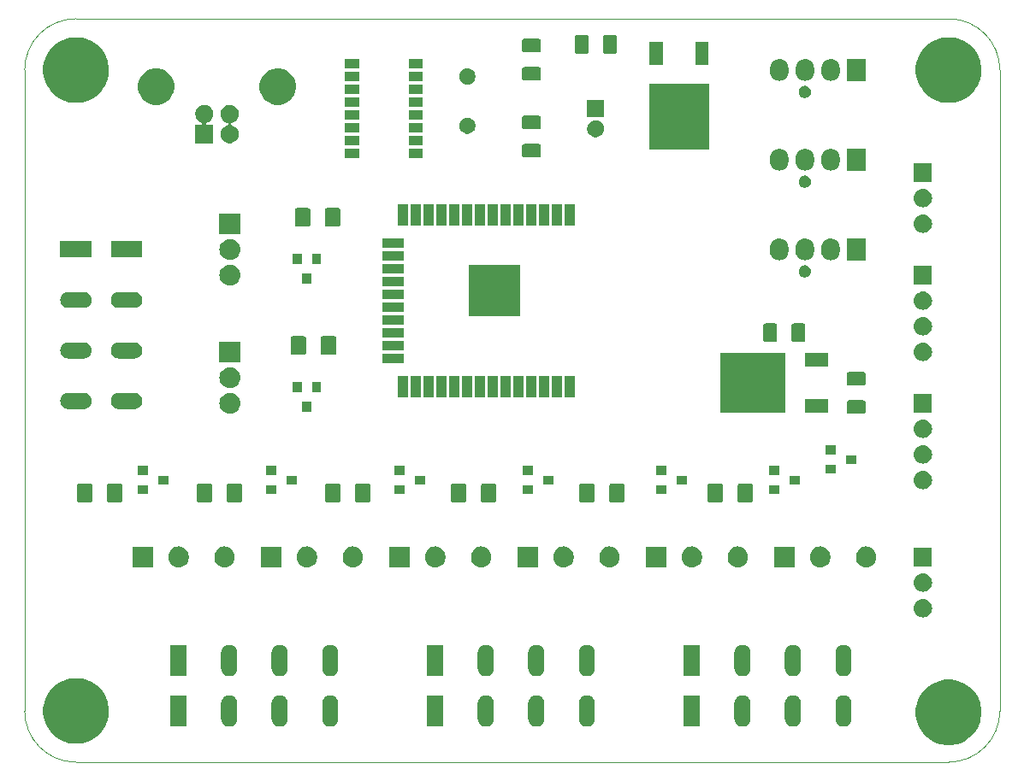
<source format=gbr>
G04 #@! TF.GenerationSoftware,KiCad,Pcbnew,5.1.4-e60b266~84~ubuntu18.04.1*
G04 #@! TF.CreationDate,2019-09-18T19:11:52+02:00*
G04 #@! TF.ProjectId,PCB,5043422e-6b69-4636-9164-5f7063625858,rev?*
G04 #@! TF.SameCoordinates,Original*
G04 #@! TF.FileFunction,Soldermask,Top*
G04 #@! TF.FilePolarity,Negative*
%FSLAX46Y46*%
G04 Gerber Fmt 4.6, Leading zero omitted, Abs format (unit mm)*
G04 Created by KiCad (PCBNEW 5.1.4-e60b266~84~ubuntu18.04.1) date 2019-09-18 19:11:52*
%MOMM*%
%LPD*%
G04 APERTURE LIST*
%ADD10C,0.050000*%
%ADD11C,0.100000*%
G04 APERTURE END LIST*
D10*
X116840000Y-50800000D02*
X203200000Y-50800000D01*
X111760000Y-55880000D02*
G75*
G02X116840000Y-50800000I5080000J0D01*
G01*
X208280000Y-119380000D02*
X208280000Y-55880000D01*
X203200000Y-50800000D02*
G75*
G02X208280000Y-55880000I0J-5080000D01*
G01*
X111760000Y-119380000D02*
X111760000Y-55880000D01*
X116840000Y-124460000D02*
X203200000Y-124460000D01*
X116840000Y-124460000D02*
G75*
G02X111760000Y-119380000I0J5080000D01*
G01*
X208280000Y-119380000D02*
G75*
G02X203200000Y-124460000I-5080000J0D01*
G01*
D11*
G36*
X203834239Y-116331467D02*
G01*
X204148282Y-116393934D01*
X204739926Y-116639001D01*
X205272392Y-116994784D01*
X205725216Y-117447608D01*
X206080999Y-117980074D01*
X206326066Y-118571718D01*
X206329833Y-118590655D01*
X206451000Y-119199803D01*
X206451000Y-119840197D01*
X206388533Y-120154239D01*
X206326066Y-120468282D01*
X206080999Y-121059926D01*
X205725216Y-121592392D01*
X205272392Y-122045216D01*
X204739926Y-122400999D01*
X204148282Y-122646066D01*
X203834239Y-122708533D01*
X203520197Y-122771000D01*
X202879803Y-122771000D01*
X202565761Y-122708533D01*
X202251718Y-122646066D01*
X201660074Y-122400999D01*
X201127608Y-122045216D01*
X200674784Y-121592392D01*
X200319001Y-121059926D01*
X200073934Y-120468282D01*
X200011467Y-120154239D01*
X199949000Y-119840197D01*
X199949000Y-119199803D01*
X200070167Y-118590655D01*
X200073934Y-118571718D01*
X200319001Y-117980074D01*
X200674784Y-117447608D01*
X201127608Y-116994784D01*
X201660074Y-116639001D01*
X202251718Y-116393934D01*
X202565761Y-116331467D01*
X202879803Y-116269000D01*
X203520197Y-116269000D01*
X203834239Y-116331467D01*
X203834239Y-116331467D01*
G37*
G36*
X117474239Y-116191467D02*
G01*
X117788282Y-116253934D01*
X118379926Y-116499001D01*
X118912392Y-116854784D01*
X119365216Y-117307608D01*
X119720999Y-117840074D01*
X119966066Y-118431718D01*
X119997681Y-118590656D01*
X120091000Y-119059803D01*
X120091000Y-119700197D01*
X120047344Y-119919671D01*
X119966066Y-120328282D01*
X119720999Y-120919926D01*
X119365216Y-121452392D01*
X118912392Y-121905216D01*
X118379926Y-122260999D01*
X117788282Y-122506066D01*
X117474239Y-122568533D01*
X117160197Y-122631000D01*
X116519803Y-122631000D01*
X116205761Y-122568533D01*
X115891718Y-122506066D01*
X115300074Y-122260999D01*
X114767608Y-121905216D01*
X114314784Y-121452392D01*
X113959001Y-120919926D01*
X113713934Y-120328282D01*
X113632656Y-119919671D01*
X113589000Y-119700197D01*
X113589000Y-119059803D01*
X113682319Y-118590656D01*
X113713934Y-118431718D01*
X113959001Y-117840074D01*
X114314784Y-117307608D01*
X114767608Y-116854784D01*
X115300074Y-116499001D01*
X115891718Y-116253934D01*
X116205761Y-116191467D01*
X116519803Y-116129000D01*
X117160197Y-116129000D01*
X117474239Y-116191467D01*
X117474239Y-116191467D01*
G37*
G36*
X132157022Y-117840590D02*
G01*
X132245284Y-117867364D01*
X132308012Y-117886392D01*
X132435424Y-117954496D01*
X132447164Y-117960771D01*
X132569133Y-118060867D01*
X132609816Y-118110440D01*
X132669229Y-118182835D01*
X132743608Y-118321987D01*
X132758875Y-118372318D01*
X132789410Y-118472977D01*
X132801000Y-118590655D01*
X132801000Y-120169345D01*
X132789410Y-120287023D01*
X132776894Y-120328282D01*
X132743608Y-120438013D01*
X132669229Y-120577165D01*
X132569133Y-120699133D01*
X132447165Y-120799229D01*
X132308013Y-120873608D01*
X132257682Y-120888875D01*
X132157023Y-120919410D01*
X132000000Y-120934875D01*
X131842978Y-120919410D01*
X131742319Y-120888875D01*
X131691988Y-120873608D01*
X131552836Y-120799229D01*
X131430868Y-120699133D01*
X131330772Y-120577165D01*
X131256393Y-120438013D01*
X131223107Y-120328282D01*
X131210591Y-120287023D01*
X131199001Y-120169345D01*
X131199000Y-118590656D01*
X131210590Y-118472978D01*
X131256392Y-118321989D01*
X131256392Y-118321988D01*
X131330771Y-118182836D01*
X131385119Y-118116612D01*
X131430867Y-118060867D01*
X131552835Y-117960771D01*
X131564575Y-117954496D01*
X131691987Y-117886392D01*
X131754715Y-117867364D01*
X131842977Y-117840590D01*
X132000000Y-117825125D01*
X132157022Y-117840590D01*
X132157022Y-117840590D01*
G37*
G36*
X157557022Y-117840590D02*
G01*
X157645284Y-117867364D01*
X157708012Y-117886392D01*
X157835424Y-117954496D01*
X157847164Y-117960771D01*
X157969133Y-118060867D01*
X158009816Y-118110440D01*
X158069229Y-118182835D01*
X158143608Y-118321987D01*
X158158875Y-118372318D01*
X158189410Y-118472977D01*
X158201000Y-118590655D01*
X158201000Y-120169345D01*
X158189410Y-120287023D01*
X158176894Y-120328282D01*
X158143608Y-120438013D01*
X158069229Y-120577165D01*
X157969133Y-120699133D01*
X157847165Y-120799229D01*
X157708013Y-120873608D01*
X157657682Y-120888875D01*
X157557023Y-120919410D01*
X157400000Y-120934875D01*
X157242978Y-120919410D01*
X157142319Y-120888875D01*
X157091988Y-120873608D01*
X156952836Y-120799229D01*
X156830868Y-120699133D01*
X156730772Y-120577165D01*
X156656393Y-120438013D01*
X156623107Y-120328282D01*
X156610591Y-120287023D01*
X156599001Y-120169345D01*
X156599000Y-118590656D01*
X156610590Y-118472978D01*
X156656392Y-118321989D01*
X156656392Y-118321988D01*
X156730771Y-118182836D01*
X156785119Y-118116612D01*
X156830867Y-118060867D01*
X156952835Y-117960771D01*
X156964575Y-117954496D01*
X157091987Y-117886392D01*
X157154715Y-117867364D01*
X157242977Y-117840590D01*
X157400000Y-117825125D01*
X157557022Y-117840590D01*
X157557022Y-117840590D01*
G37*
G36*
X142157022Y-117840590D02*
G01*
X142245284Y-117867364D01*
X142308012Y-117886392D01*
X142435424Y-117954496D01*
X142447164Y-117960771D01*
X142569133Y-118060867D01*
X142609816Y-118110440D01*
X142669229Y-118182835D01*
X142743608Y-118321987D01*
X142758875Y-118372318D01*
X142789410Y-118472977D01*
X142801000Y-118590655D01*
X142801000Y-120169345D01*
X142789410Y-120287023D01*
X142776894Y-120328282D01*
X142743608Y-120438013D01*
X142669229Y-120577165D01*
X142569133Y-120699133D01*
X142447165Y-120799229D01*
X142308013Y-120873608D01*
X142257682Y-120888875D01*
X142157023Y-120919410D01*
X142000000Y-120934875D01*
X141842978Y-120919410D01*
X141742319Y-120888875D01*
X141691988Y-120873608D01*
X141552836Y-120799229D01*
X141430868Y-120699133D01*
X141330772Y-120577165D01*
X141256393Y-120438013D01*
X141223107Y-120328282D01*
X141210591Y-120287023D01*
X141199001Y-120169345D01*
X141199000Y-118590656D01*
X141210590Y-118472978D01*
X141256392Y-118321989D01*
X141256392Y-118321988D01*
X141330771Y-118182836D01*
X141385119Y-118116612D01*
X141430867Y-118060867D01*
X141552835Y-117960771D01*
X141564575Y-117954496D01*
X141691987Y-117886392D01*
X141754715Y-117867364D01*
X141842977Y-117840590D01*
X142000000Y-117825125D01*
X142157022Y-117840590D01*
X142157022Y-117840590D01*
G37*
G36*
X137157022Y-117840590D02*
G01*
X137245284Y-117867364D01*
X137308012Y-117886392D01*
X137435424Y-117954496D01*
X137447164Y-117960771D01*
X137569133Y-118060867D01*
X137609816Y-118110440D01*
X137669229Y-118182835D01*
X137743608Y-118321987D01*
X137758875Y-118372318D01*
X137789410Y-118472977D01*
X137801000Y-118590655D01*
X137801000Y-120169345D01*
X137789410Y-120287023D01*
X137776894Y-120328282D01*
X137743608Y-120438013D01*
X137669229Y-120577165D01*
X137569133Y-120699133D01*
X137447165Y-120799229D01*
X137308013Y-120873608D01*
X137257682Y-120888875D01*
X137157023Y-120919410D01*
X137000000Y-120934875D01*
X136842978Y-120919410D01*
X136742319Y-120888875D01*
X136691988Y-120873608D01*
X136552836Y-120799229D01*
X136430868Y-120699133D01*
X136330772Y-120577165D01*
X136256393Y-120438013D01*
X136223107Y-120328282D01*
X136210591Y-120287023D01*
X136199001Y-120169345D01*
X136199000Y-118590656D01*
X136210590Y-118472978D01*
X136256392Y-118321989D01*
X136256392Y-118321988D01*
X136330771Y-118182836D01*
X136385119Y-118116612D01*
X136430867Y-118060867D01*
X136552835Y-117960771D01*
X136564575Y-117954496D01*
X136691987Y-117886392D01*
X136754715Y-117867364D01*
X136842977Y-117840590D01*
X137000000Y-117825125D01*
X137157022Y-117840590D01*
X137157022Y-117840590D01*
G37*
G36*
X167557022Y-117840590D02*
G01*
X167645284Y-117867364D01*
X167708012Y-117886392D01*
X167835424Y-117954496D01*
X167847164Y-117960771D01*
X167969133Y-118060867D01*
X168009816Y-118110440D01*
X168069229Y-118182835D01*
X168143608Y-118321987D01*
X168158875Y-118372318D01*
X168189410Y-118472977D01*
X168201000Y-118590655D01*
X168201000Y-120169345D01*
X168189410Y-120287023D01*
X168176894Y-120328282D01*
X168143608Y-120438013D01*
X168069229Y-120577165D01*
X167969133Y-120699133D01*
X167847165Y-120799229D01*
X167708013Y-120873608D01*
X167657682Y-120888875D01*
X167557023Y-120919410D01*
X167400000Y-120934875D01*
X167242978Y-120919410D01*
X167142319Y-120888875D01*
X167091988Y-120873608D01*
X166952836Y-120799229D01*
X166830868Y-120699133D01*
X166730772Y-120577165D01*
X166656393Y-120438013D01*
X166623107Y-120328282D01*
X166610591Y-120287023D01*
X166599001Y-120169345D01*
X166599000Y-118590656D01*
X166610590Y-118472978D01*
X166656392Y-118321989D01*
X166656392Y-118321988D01*
X166730771Y-118182836D01*
X166785119Y-118116612D01*
X166830867Y-118060867D01*
X166952835Y-117960771D01*
X166964575Y-117954496D01*
X167091987Y-117886392D01*
X167154715Y-117867364D01*
X167242977Y-117840590D01*
X167400000Y-117825125D01*
X167557022Y-117840590D01*
X167557022Y-117840590D01*
G37*
G36*
X192957022Y-117840590D02*
G01*
X193045284Y-117867364D01*
X193108012Y-117886392D01*
X193235424Y-117954496D01*
X193247164Y-117960771D01*
X193369133Y-118060867D01*
X193409816Y-118110440D01*
X193469229Y-118182835D01*
X193543608Y-118321987D01*
X193558875Y-118372318D01*
X193589410Y-118472977D01*
X193601000Y-118590655D01*
X193601000Y-120169345D01*
X193589410Y-120287023D01*
X193576894Y-120328282D01*
X193543608Y-120438013D01*
X193469229Y-120577165D01*
X193369133Y-120699133D01*
X193247165Y-120799229D01*
X193108013Y-120873608D01*
X193057682Y-120888875D01*
X192957023Y-120919410D01*
X192800000Y-120934875D01*
X192642978Y-120919410D01*
X192542319Y-120888875D01*
X192491988Y-120873608D01*
X192352836Y-120799229D01*
X192230868Y-120699133D01*
X192130772Y-120577165D01*
X192056393Y-120438013D01*
X192023107Y-120328282D01*
X192010591Y-120287023D01*
X191999001Y-120169345D01*
X191999000Y-118590656D01*
X192010590Y-118472978D01*
X192056392Y-118321989D01*
X192056392Y-118321988D01*
X192130771Y-118182836D01*
X192185119Y-118116612D01*
X192230867Y-118060867D01*
X192352835Y-117960771D01*
X192364575Y-117954496D01*
X192491987Y-117886392D01*
X192554715Y-117867364D01*
X192642977Y-117840590D01*
X192800000Y-117825125D01*
X192957022Y-117840590D01*
X192957022Y-117840590D01*
G37*
G36*
X187957022Y-117840590D02*
G01*
X188045284Y-117867364D01*
X188108012Y-117886392D01*
X188235424Y-117954496D01*
X188247164Y-117960771D01*
X188369133Y-118060867D01*
X188409816Y-118110440D01*
X188469229Y-118182835D01*
X188543608Y-118321987D01*
X188558875Y-118372318D01*
X188589410Y-118472977D01*
X188601000Y-118590655D01*
X188601000Y-120169345D01*
X188589410Y-120287023D01*
X188576894Y-120328282D01*
X188543608Y-120438013D01*
X188469229Y-120577165D01*
X188369133Y-120699133D01*
X188247165Y-120799229D01*
X188108013Y-120873608D01*
X188057682Y-120888875D01*
X187957023Y-120919410D01*
X187800000Y-120934875D01*
X187642978Y-120919410D01*
X187542319Y-120888875D01*
X187491988Y-120873608D01*
X187352836Y-120799229D01*
X187230868Y-120699133D01*
X187130772Y-120577165D01*
X187056393Y-120438013D01*
X187023107Y-120328282D01*
X187010591Y-120287023D01*
X186999001Y-120169345D01*
X186999000Y-118590656D01*
X187010590Y-118472978D01*
X187056392Y-118321989D01*
X187056392Y-118321988D01*
X187130771Y-118182836D01*
X187185119Y-118116612D01*
X187230867Y-118060867D01*
X187352835Y-117960771D01*
X187364575Y-117954496D01*
X187491987Y-117886392D01*
X187554715Y-117867364D01*
X187642977Y-117840590D01*
X187800000Y-117825125D01*
X187957022Y-117840590D01*
X187957022Y-117840590D01*
G37*
G36*
X182957022Y-117840590D02*
G01*
X183045284Y-117867364D01*
X183108012Y-117886392D01*
X183235424Y-117954496D01*
X183247164Y-117960771D01*
X183369133Y-118060867D01*
X183409816Y-118110440D01*
X183469229Y-118182835D01*
X183543608Y-118321987D01*
X183558875Y-118372318D01*
X183589410Y-118472977D01*
X183601000Y-118590655D01*
X183601000Y-120169345D01*
X183589410Y-120287023D01*
X183576894Y-120328282D01*
X183543608Y-120438013D01*
X183469229Y-120577165D01*
X183369133Y-120699133D01*
X183247165Y-120799229D01*
X183108013Y-120873608D01*
X183057682Y-120888875D01*
X182957023Y-120919410D01*
X182800000Y-120934875D01*
X182642978Y-120919410D01*
X182542319Y-120888875D01*
X182491988Y-120873608D01*
X182352836Y-120799229D01*
X182230868Y-120699133D01*
X182130772Y-120577165D01*
X182056393Y-120438013D01*
X182023107Y-120328282D01*
X182010591Y-120287023D01*
X181999001Y-120169345D01*
X181999000Y-118590656D01*
X182010590Y-118472978D01*
X182056392Y-118321989D01*
X182056392Y-118321988D01*
X182130771Y-118182836D01*
X182185119Y-118116612D01*
X182230867Y-118060867D01*
X182352835Y-117960771D01*
X182364575Y-117954496D01*
X182491987Y-117886392D01*
X182554715Y-117867364D01*
X182642977Y-117840590D01*
X182800000Y-117825125D01*
X182957022Y-117840590D01*
X182957022Y-117840590D01*
G37*
G36*
X162557022Y-117840590D02*
G01*
X162645284Y-117867364D01*
X162708012Y-117886392D01*
X162835424Y-117954496D01*
X162847164Y-117960771D01*
X162969133Y-118060867D01*
X163009816Y-118110440D01*
X163069229Y-118182835D01*
X163143608Y-118321987D01*
X163158875Y-118372318D01*
X163189410Y-118472977D01*
X163201000Y-118590655D01*
X163201000Y-120169345D01*
X163189410Y-120287023D01*
X163176894Y-120328282D01*
X163143608Y-120438013D01*
X163069229Y-120577165D01*
X162969133Y-120699133D01*
X162847165Y-120799229D01*
X162708013Y-120873608D01*
X162657682Y-120888875D01*
X162557023Y-120919410D01*
X162400000Y-120934875D01*
X162242978Y-120919410D01*
X162142319Y-120888875D01*
X162091988Y-120873608D01*
X161952836Y-120799229D01*
X161830868Y-120699133D01*
X161730772Y-120577165D01*
X161656393Y-120438013D01*
X161623107Y-120328282D01*
X161610591Y-120287023D01*
X161599001Y-120169345D01*
X161599000Y-118590656D01*
X161610590Y-118472978D01*
X161656392Y-118321989D01*
X161656392Y-118321988D01*
X161730771Y-118182836D01*
X161785119Y-118116612D01*
X161830867Y-118060867D01*
X161952835Y-117960771D01*
X161964575Y-117954496D01*
X162091987Y-117886392D01*
X162154715Y-117867364D01*
X162242977Y-117840590D01*
X162400000Y-117825125D01*
X162557022Y-117840590D01*
X162557022Y-117840590D01*
G37*
G36*
X178601000Y-120931000D02*
G01*
X176999000Y-120931000D01*
X176999000Y-117829000D01*
X178601000Y-117829000D01*
X178601000Y-120931000D01*
X178601000Y-120931000D01*
G37*
G36*
X127801000Y-120931000D02*
G01*
X126199000Y-120931000D01*
X126199000Y-117829000D01*
X127801000Y-117829000D01*
X127801000Y-120931000D01*
X127801000Y-120931000D01*
G37*
G36*
X153201000Y-120931000D02*
G01*
X151599000Y-120931000D01*
X151599000Y-117829000D01*
X153201000Y-117829000D01*
X153201000Y-120931000D01*
X153201000Y-120931000D01*
G37*
G36*
X132157022Y-112840590D02*
G01*
X132257681Y-112871125D01*
X132308012Y-112886392D01*
X132447164Y-112960771D01*
X132569133Y-113060867D01*
X132669229Y-113182835D01*
X132743608Y-113321987D01*
X132758875Y-113372318D01*
X132789410Y-113472977D01*
X132801000Y-113590655D01*
X132801000Y-115169345D01*
X132789410Y-115287023D01*
X132758875Y-115387682D01*
X132743608Y-115438013D01*
X132669229Y-115577165D01*
X132569133Y-115699133D01*
X132447165Y-115799229D01*
X132308013Y-115873608D01*
X132257682Y-115888875D01*
X132157023Y-115919410D01*
X132000000Y-115934875D01*
X131842978Y-115919410D01*
X131742319Y-115888875D01*
X131691988Y-115873608D01*
X131552836Y-115799229D01*
X131430868Y-115699133D01*
X131330772Y-115577165D01*
X131256393Y-115438013D01*
X131241126Y-115387682D01*
X131210591Y-115287023D01*
X131199001Y-115169345D01*
X131199000Y-113590656D01*
X131210590Y-113472978D01*
X131256392Y-113321989D01*
X131256392Y-113321988D01*
X131330771Y-113182836D01*
X131330772Y-113182835D01*
X131430867Y-113060867D01*
X131552835Y-112960771D01*
X131691987Y-112886392D01*
X131742318Y-112871125D01*
X131842977Y-112840590D01*
X132000000Y-112825125D01*
X132157022Y-112840590D01*
X132157022Y-112840590D01*
G37*
G36*
X192957022Y-112840590D02*
G01*
X193057681Y-112871125D01*
X193108012Y-112886392D01*
X193247164Y-112960771D01*
X193369133Y-113060867D01*
X193469229Y-113182835D01*
X193543608Y-113321987D01*
X193558875Y-113372318D01*
X193589410Y-113472977D01*
X193601000Y-113590655D01*
X193601000Y-115169345D01*
X193589410Y-115287023D01*
X193558875Y-115387682D01*
X193543608Y-115438013D01*
X193469229Y-115577165D01*
X193369133Y-115699133D01*
X193247165Y-115799229D01*
X193108013Y-115873608D01*
X193057682Y-115888875D01*
X192957023Y-115919410D01*
X192800000Y-115934875D01*
X192642978Y-115919410D01*
X192542319Y-115888875D01*
X192491988Y-115873608D01*
X192352836Y-115799229D01*
X192230868Y-115699133D01*
X192130772Y-115577165D01*
X192056393Y-115438013D01*
X192041126Y-115387682D01*
X192010591Y-115287023D01*
X191999001Y-115169345D01*
X191999000Y-113590656D01*
X192010590Y-113472978D01*
X192056392Y-113321989D01*
X192056392Y-113321988D01*
X192130771Y-113182836D01*
X192130772Y-113182835D01*
X192230867Y-113060867D01*
X192352835Y-112960771D01*
X192491987Y-112886392D01*
X192542318Y-112871125D01*
X192642977Y-112840590D01*
X192800000Y-112825125D01*
X192957022Y-112840590D01*
X192957022Y-112840590D01*
G37*
G36*
X187957022Y-112840590D02*
G01*
X188057681Y-112871125D01*
X188108012Y-112886392D01*
X188247164Y-112960771D01*
X188369133Y-113060867D01*
X188469229Y-113182835D01*
X188543608Y-113321987D01*
X188558875Y-113372318D01*
X188589410Y-113472977D01*
X188601000Y-113590655D01*
X188601000Y-115169345D01*
X188589410Y-115287023D01*
X188558875Y-115387682D01*
X188543608Y-115438013D01*
X188469229Y-115577165D01*
X188369133Y-115699133D01*
X188247165Y-115799229D01*
X188108013Y-115873608D01*
X188057682Y-115888875D01*
X187957023Y-115919410D01*
X187800000Y-115934875D01*
X187642978Y-115919410D01*
X187542319Y-115888875D01*
X187491988Y-115873608D01*
X187352836Y-115799229D01*
X187230868Y-115699133D01*
X187130772Y-115577165D01*
X187056393Y-115438013D01*
X187041126Y-115387682D01*
X187010591Y-115287023D01*
X186999001Y-115169345D01*
X186999000Y-113590656D01*
X187010590Y-113472978D01*
X187056392Y-113321989D01*
X187056392Y-113321988D01*
X187130771Y-113182836D01*
X187130772Y-113182835D01*
X187230867Y-113060867D01*
X187352835Y-112960771D01*
X187491987Y-112886392D01*
X187542318Y-112871125D01*
X187642977Y-112840590D01*
X187800000Y-112825125D01*
X187957022Y-112840590D01*
X187957022Y-112840590D01*
G37*
G36*
X182957022Y-112840590D02*
G01*
X183057681Y-112871125D01*
X183108012Y-112886392D01*
X183247164Y-112960771D01*
X183369133Y-113060867D01*
X183469229Y-113182835D01*
X183543608Y-113321987D01*
X183558875Y-113372318D01*
X183589410Y-113472977D01*
X183601000Y-113590655D01*
X183601000Y-115169345D01*
X183589410Y-115287023D01*
X183558875Y-115387682D01*
X183543608Y-115438013D01*
X183469229Y-115577165D01*
X183369133Y-115699133D01*
X183247165Y-115799229D01*
X183108013Y-115873608D01*
X183057682Y-115888875D01*
X182957023Y-115919410D01*
X182800000Y-115934875D01*
X182642978Y-115919410D01*
X182542319Y-115888875D01*
X182491988Y-115873608D01*
X182352836Y-115799229D01*
X182230868Y-115699133D01*
X182130772Y-115577165D01*
X182056393Y-115438013D01*
X182041126Y-115387682D01*
X182010591Y-115287023D01*
X181999001Y-115169345D01*
X181999000Y-113590656D01*
X182010590Y-113472978D01*
X182056392Y-113321989D01*
X182056392Y-113321988D01*
X182130771Y-113182836D01*
X182130772Y-113182835D01*
X182230867Y-113060867D01*
X182352835Y-112960771D01*
X182491987Y-112886392D01*
X182542318Y-112871125D01*
X182642977Y-112840590D01*
X182800000Y-112825125D01*
X182957022Y-112840590D01*
X182957022Y-112840590D01*
G37*
G36*
X162557022Y-112840590D02*
G01*
X162657681Y-112871125D01*
X162708012Y-112886392D01*
X162847164Y-112960771D01*
X162969133Y-113060867D01*
X163069229Y-113182835D01*
X163143608Y-113321987D01*
X163158875Y-113372318D01*
X163189410Y-113472977D01*
X163201000Y-113590655D01*
X163201000Y-115169345D01*
X163189410Y-115287023D01*
X163158875Y-115387682D01*
X163143608Y-115438013D01*
X163069229Y-115577165D01*
X162969133Y-115699133D01*
X162847165Y-115799229D01*
X162708013Y-115873608D01*
X162657682Y-115888875D01*
X162557023Y-115919410D01*
X162400000Y-115934875D01*
X162242978Y-115919410D01*
X162142319Y-115888875D01*
X162091988Y-115873608D01*
X161952836Y-115799229D01*
X161830868Y-115699133D01*
X161730772Y-115577165D01*
X161656393Y-115438013D01*
X161641126Y-115387682D01*
X161610591Y-115287023D01*
X161599001Y-115169345D01*
X161599000Y-113590656D01*
X161610590Y-113472978D01*
X161656392Y-113321989D01*
X161656392Y-113321988D01*
X161730771Y-113182836D01*
X161730772Y-113182835D01*
X161830867Y-113060867D01*
X161952835Y-112960771D01*
X162091987Y-112886392D01*
X162142318Y-112871125D01*
X162242977Y-112840590D01*
X162400000Y-112825125D01*
X162557022Y-112840590D01*
X162557022Y-112840590D01*
G37*
G36*
X157557022Y-112840590D02*
G01*
X157657681Y-112871125D01*
X157708012Y-112886392D01*
X157847164Y-112960771D01*
X157969133Y-113060867D01*
X158069229Y-113182835D01*
X158143608Y-113321987D01*
X158158875Y-113372318D01*
X158189410Y-113472977D01*
X158201000Y-113590655D01*
X158201000Y-115169345D01*
X158189410Y-115287023D01*
X158158875Y-115387682D01*
X158143608Y-115438013D01*
X158069229Y-115577165D01*
X157969133Y-115699133D01*
X157847165Y-115799229D01*
X157708013Y-115873608D01*
X157657682Y-115888875D01*
X157557023Y-115919410D01*
X157400000Y-115934875D01*
X157242978Y-115919410D01*
X157142319Y-115888875D01*
X157091988Y-115873608D01*
X156952836Y-115799229D01*
X156830868Y-115699133D01*
X156730772Y-115577165D01*
X156656393Y-115438013D01*
X156641126Y-115387682D01*
X156610591Y-115287023D01*
X156599001Y-115169345D01*
X156599000Y-113590656D01*
X156610590Y-113472978D01*
X156656392Y-113321989D01*
X156656392Y-113321988D01*
X156730771Y-113182836D01*
X156730772Y-113182835D01*
X156830867Y-113060867D01*
X156952835Y-112960771D01*
X157091987Y-112886392D01*
X157142318Y-112871125D01*
X157242977Y-112840590D01*
X157400000Y-112825125D01*
X157557022Y-112840590D01*
X157557022Y-112840590D01*
G37*
G36*
X137157022Y-112840590D02*
G01*
X137257681Y-112871125D01*
X137308012Y-112886392D01*
X137447164Y-112960771D01*
X137569133Y-113060867D01*
X137669229Y-113182835D01*
X137743608Y-113321987D01*
X137758875Y-113372318D01*
X137789410Y-113472977D01*
X137801000Y-113590655D01*
X137801000Y-115169345D01*
X137789410Y-115287023D01*
X137758875Y-115387682D01*
X137743608Y-115438013D01*
X137669229Y-115577165D01*
X137569133Y-115699133D01*
X137447165Y-115799229D01*
X137308013Y-115873608D01*
X137257682Y-115888875D01*
X137157023Y-115919410D01*
X137000000Y-115934875D01*
X136842978Y-115919410D01*
X136742319Y-115888875D01*
X136691988Y-115873608D01*
X136552836Y-115799229D01*
X136430868Y-115699133D01*
X136330772Y-115577165D01*
X136256393Y-115438013D01*
X136241126Y-115387682D01*
X136210591Y-115287023D01*
X136199001Y-115169345D01*
X136199000Y-113590656D01*
X136210590Y-113472978D01*
X136256392Y-113321989D01*
X136256392Y-113321988D01*
X136330771Y-113182836D01*
X136330772Y-113182835D01*
X136430867Y-113060867D01*
X136552835Y-112960771D01*
X136691987Y-112886392D01*
X136742318Y-112871125D01*
X136842977Y-112840590D01*
X137000000Y-112825125D01*
X137157022Y-112840590D01*
X137157022Y-112840590D01*
G37*
G36*
X142157022Y-112840590D02*
G01*
X142257681Y-112871125D01*
X142308012Y-112886392D01*
X142447164Y-112960771D01*
X142569133Y-113060867D01*
X142669229Y-113182835D01*
X142743608Y-113321987D01*
X142758875Y-113372318D01*
X142789410Y-113472977D01*
X142801000Y-113590655D01*
X142801000Y-115169345D01*
X142789410Y-115287023D01*
X142758875Y-115387682D01*
X142743608Y-115438013D01*
X142669229Y-115577165D01*
X142569133Y-115699133D01*
X142447165Y-115799229D01*
X142308013Y-115873608D01*
X142257682Y-115888875D01*
X142157023Y-115919410D01*
X142000000Y-115934875D01*
X141842978Y-115919410D01*
X141742319Y-115888875D01*
X141691988Y-115873608D01*
X141552836Y-115799229D01*
X141430868Y-115699133D01*
X141330772Y-115577165D01*
X141256393Y-115438013D01*
X141241126Y-115387682D01*
X141210591Y-115287023D01*
X141199001Y-115169345D01*
X141199000Y-113590656D01*
X141210590Y-113472978D01*
X141256392Y-113321989D01*
X141256392Y-113321988D01*
X141330771Y-113182836D01*
X141330772Y-113182835D01*
X141430867Y-113060867D01*
X141552835Y-112960771D01*
X141691987Y-112886392D01*
X141742318Y-112871125D01*
X141842977Y-112840590D01*
X142000000Y-112825125D01*
X142157022Y-112840590D01*
X142157022Y-112840590D01*
G37*
G36*
X167557022Y-112840590D02*
G01*
X167657681Y-112871125D01*
X167708012Y-112886392D01*
X167847164Y-112960771D01*
X167969133Y-113060867D01*
X168069229Y-113182835D01*
X168143608Y-113321987D01*
X168158875Y-113372318D01*
X168189410Y-113472977D01*
X168201000Y-113590655D01*
X168201000Y-115169345D01*
X168189410Y-115287023D01*
X168158875Y-115387682D01*
X168143608Y-115438013D01*
X168069229Y-115577165D01*
X167969133Y-115699133D01*
X167847165Y-115799229D01*
X167708013Y-115873608D01*
X167657682Y-115888875D01*
X167557023Y-115919410D01*
X167400000Y-115934875D01*
X167242978Y-115919410D01*
X167142319Y-115888875D01*
X167091988Y-115873608D01*
X166952836Y-115799229D01*
X166830868Y-115699133D01*
X166730772Y-115577165D01*
X166656393Y-115438013D01*
X166641126Y-115387682D01*
X166610591Y-115287023D01*
X166599001Y-115169345D01*
X166599000Y-113590656D01*
X166610590Y-113472978D01*
X166656392Y-113321989D01*
X166656392Y-113321988D01*
X166730771Y-113182836D01*
X166730772Y-113182835D01*
X166830867Y-113060867D01*
X166952835Y-112960771D01*
X167091987Y-112886392D01*
X167142318Y-112871125D01*
X167242977Y-112840590D01*
X167400000Y-112825125D01*
X167557022Y-112840590D01*
X167557022Y-112840590D01*
G37*
G36*
X127801000Y-115931000D02*
G01*
X126199000Y-115931000D01*
X126199000Y-112829000D01*
X127801000Y-112829000D01*
X127801000Y-115931000D01*
X127801000Y-115931000D01*
G37*
G36*
X153201000Y-115931000D02*
G01*
X151599000Y-115931000D01*
X151599000Y-112829000D01*
X153201000Y-112829000D01*
X153201000Y-115931000D01*
X153201000Y-115931000D01*
G37*
G36*
X178601000Y-115931000D02*
G01*
X176999000Y-115931000D01*
X176999000Y-112829000D01*
X178601000Y-112829000D01*
X178601000Y-115931000D01*
X178601000Y-115931000D01*
G37*
G36*
X200770443Y-108325519D02*
G01*
X200836627Y-108332037D01*
X201006466Y-108383557D01*
X201162991Y-108467222D01*
X201198729Y-108496552D01*
X201300186Y-108579814D01*
X201383448Y-108681271D01*
X201412778Y-108717009D01*
X201496443Y-108873534D01*
X201547963Y-109043373D01*
X201565359Y-109220000D01*
X201547963Y-109396627D01*
X201496443Y-109566466D01*
X201412778Y-109722991D01*
X201383448Y-109758729D01*
X201300186Y-109860186D01*
X201198729Y-109943448D01*
X201162991Y-109972778D01*
X201006466Y-110056443D01*
X200836627Y-110107963D01*
X200770443Y-110114481D01*
X200704260Y-110121000D01*
X200615740Y-110121000D01*
X200549557Y-110114481D01*
X200483373Y-110107963D01*
X200313534Y-110056443D01*
X200157009Y-109972778D01*
X200121271Y-109943448D01*
X200019814Y-109860186D01*
X199936552Y-109758729D01*
X199907222Y-109722991D01*
X199823557Y-109566466D01*
X199772037Y-109396627D01*
X199754641Y-109220000D01*
X199772037Y-109043373D01*
X199823557Y-108873534D01*
X199907222Y-108717009D01*
X199936552Y-108681271D01*
X200019814Y-108579814D01*
X200121271Y-108496552D01*
X200157009Y-108467222D01*
X200313534Y-108383557D01*
X200483373Y-108332037D01*
X200549557Y-108325519D01*
X200615740Y-108319000D01*
X200704260Y-108319000D01*
X200770443Y-108325519D01*
X200770443Y-108325519D01*
G37*
G36*
X200770443Y-105785519D02*
G01*
X200836627Y-105792037D01*
X201006466Y-105843557D01*
X201162991Y-105927222D01*
X201198729Y-105956552D01*
X201300186Y-106039814D01*
X201383448Y-106141271D01*
X201412778Y-106177009D01*
X201496443Y-106333534D01*
X201547963Y-106503373D01*
X201565359Y-106680000D01*
X201547963Y-106856627D01*
X201496443Y-107026466D01*
X201412778Y-107182991D01*
X201383448Y-107218729D01*
X201300186Y-107320186D01*
X201198729Y-107403448D01*
X201162991Y-107432778D01*
X201006466Y-107516443D01*
X200836627Y-107567963D01*
X200770443Y-107574481D01*
X200704260Y-107581000D01*
X200615740Y-107581000D01*
X200549557Y-107574481D01*
X200483373Y-107567963D01*
X200313534Y-107516443D01*
X200157009Y-107432778D01*
X200121271Y-107403448D01*
X200019814Y-107320186D01*
X199936552Y-107218729D01*
X199907222Y-107182991D01*
X199823557Y-107026466D01*
X199772037Y-106856627D01*
X199754641Y-106680000D01*
X199772037Y-106503373D01*
X199823557Y-106333534D01*
X199907222Y-106177009D01*
X199936552Y-106141271D01*
X200019814Y-106039814D01*
X200121271Y-105956552D01*
X200157009Y-105927222D01*
X200313534Y-105843557D01*
X200483373Y-105792037D01*
X200549557Y-105785519D01*
X200615740Y-105779000D01*
X200704260Y-105779000D01*
X200770443Y-105785519D01*
X200770443Y-105785519D01*
G37*
G36*
X127196719Y-103103520D02*
G01*
X127385880Y-103160901D01*
X127385883Y-103160902D01*
X127478333Y-103210318D01*
X127560212Y-103254083D01*
X127713015Y-103379485D01*
X127838417Y-103532288D01*
X127931599Y-103706619D01*
X127988980Y-103895780D01*
X128003500Y-104043206D01*
X128003500Y-104236793D01*
X127988980Y-104384219D01*
X127931599Y-104573380D01*
X127931598Y-104573383D01*
X127882182Y-104665833D01*
X127838417Y-104747712D01*
X127713015Y-104900515D01*
X127560212Y-105025917D01*
X127385881Y-105119099D01*
X127196720Y-105176480D01*
X127000000Y-105195855D01*
X126803281Y-105176480D01*
X126614120Y-105119099D01*
X126439788Y-105025917D01*
X126286985Y-104900515D01*
X126161583Y-104747712D01*
X126068401Y-104573381D01*
X126011020Y-104384220D01*
X125996500Y-104236794D01*
X125996500Y-104043207D01*
X126011020Y-103895781D01*
X126068401Y-103706620D01*
X126068402Y-103706617D01*
X126117818Y-103614167D01*
X126161583Y-103532288D01*
X126286985Y-103379485D01*
X126439788Y-103254083D01*
X126614119Y-103160901D01*
X126803280Y-103103520D01*
X127000000Y-103084145D01*
X127196719Y-103103520D01*
X127196719Y-103103520D01*
G37*
G36*
X131736719Y-103103520D02*
G01*
X131925880Y-103160901D01*
X131925883Y-103160902D01*
X132018333Y-103210318D01*
X132100212Y-103254083D01*
X132253015Y-103379485D01*
X132378417Y-103532288D01*
X132471599Y-103706619D01*
X132528980Y-103895780D01*
X132543500Y-104043206D01*
X132543500Y-104236793D01*
X132528980Y-104384219D01*
X132471599Y-104573380D01*
X132471598Y-104573383D01*
X132422182Y-104665833D01*
X132378417Y-104747712D01*
X132253015Y-104900515D01*
X132100212Y-105025917D01*
X131925881Y-105119099D01*
X131736720Y-105176480D01*
X131540000Y-105195855D01*
X131343281Y-105176480D01*
X131154120Y-105119099D01*
X130979788Y-105025917D01*
X130826985Y-104900515D01*
X130701583Y-104747712D01*
X130608401Y-104573381D01*
X130551020Y-104384220D01*
X130536500Y-104236794D01*
X130536500Y-104043207D01*
X130551020Y-103895781D01*
X130608401Y-103706620D01*
X130608402Y-103706617D01*
X130657818Y-103614167D01*
X130701583Y-103532288D01*
X130826985Y-103379485D01*
X130979788Y-103254083D01*
X131154119Y-103160901D01*
X131343280Y-103103520D01*
X131540000Y-103084145D01*
X131736719Y-103103520D01*
X131736719Y-103103520D01*
G37*
G36*
X144436719Y-103103520D02*
G01*
X144625880Y-103160901D01*
X144625883Y-103160902D01*
X144718333Y-103210318D01*
X144800212Y-103254083D01*
X144953015Y-103379485D01*
X145078417Y-103532288D01*
X145171599Y-103706619D01*
X145228980Y-103895780D01*
X145243500Y-104043206D01*
X145243500Y-104236793D01*
X145228980Y-104384219D01*
X145171599Y-104573380D01*
X145171598Y-104573383D01*
X145122182Y-104665833D01*
X145078417Y-104747712D01*
X144953015Y-104900515D01*
X144800212Y-105025917D01*
X144625881Y-105119099D01*
X144436720Y-105176480D01*
X144240000Y-105195855D01*
X144043281Y-105176480D01*
X143854120Y-105119099D01*
X143679788Y-105025917D01*
X143526985Y-104900515D01*
X143401583Y-104747712D01*
X143308401Y-104573381D01*
X143251020Y-104384220D01*
X143236500Y-104236794D01*
X143236500Y-104043207D01*
X143251020Y-103895781D01*
X143308401Y-103706620D01*
X143308402Y-103706617D01*
X143357818Y-103614167D01*
X143401583Y-103532288D01*
X143526985Y-103379485D01*
X143679788Y-103254083D01*
X143854119Y-103160901D01*
X144043280Y-103103520D01*
X144240000Y-103084145D01*
X144436719Y-103103520D01*
X144436719Y-103103520D01*
G37*
G36*
X152596719Y-103103520D02*
G01*
X152785880Y-103160901D01*
X152785883Y-103160902D01*
X152878333Y-103210318D01*
X152960212Y-103254083D01*
X153113015Y-103379485D01*
X153238417Y-103532288D01*
X153331599Y-103706619D01*
X153388980Y-103895780D01*
X153403500Y-104043206D01*
X153403500Y-104236793D01*
X153388980Y-104384219D01*
X153331599Y-104573380D01*
X153331598Y-104573383D01*
X153282182Y-104665833D01*
X153238417Y-104747712D01*
X153113015Y-104900515D01*
X152960212Y-105025917D01*
X152785881Y-105119099D01*
X152596720Y-105176480D01*
X152400000Y-105195855D01*
X152203281Y-105176480D01*
X152014120Y-105119099D01*
X151839788Y-105025917D01*
X151686985Y-104900515D01*
X151561583Y-104747712D01*
X151468401Y-104573381D01*
X151411020Y-104384220D01*
X151396500Y-104236794D01*
X151396500Y-104043207D01*
X151411020Y-103895781D01*
X151468401Y-103706620D01*
X151468402Y-103706617D01*
X151517818Y-103614167D01*
X151561583Y-103532288D01*
X151686985Y-103379485D01*
X151839788Y-103254083D01*
X152014119Y-103160901D01*
X152203280Y-103103520D01*
X152400000Y-103084145D01*
X152596719Y-103103520D01*
X152596719Y-103103520D01*
G37*
G36*
X195236719Y-103103520D02*
G01*
X195425880Y-103160901D01*
X195425883Y-103160902D01*
X195518333Y-103210318D01*
X195600212Y-103254083D01*
X195753015Y-103379485D01*
X195878417Y-103532288D01*
X195971599Y-103706619D01*
X196028980Y-103895780D01*
X196043500Y-104043206D01*
X196043500Y-104236793D01*
X196028980Y-104384219D01*
X195971599Y-104573380D01*
X195971598Y-104573383D01*
X195922182Y-104665833D01*
X195878417Y-104747712D01*
X195753015Y-104900515D01*
X195600212Y-105025917D01*
X195425881Y-105119099D01*
X195236720Y-105176480D01*
X195040000Y-105195855D01*
X194843281Y-105176480D01*
X194654120Y-105119099D01*
X194479788Y-105025917D01*
X194326985Y-104900515D01*
X194201583Y-104747712D01*
X194108401Y-104573381D01*
X194051020Y-104384220D01*
X194036500Y-104236794D01*
X194036500Y-104043207D01*
X194051020Y-103895781D01*
X194108401Y-103706620D01*
X194108402Y-103706617D01*
X194157818Y-103614167D01*
X194201583Y-103532288D01*
X194326985Y-103379485D01*
X194479788Y-103254083D01*
X194654119Y-103160901D01*
X194843280Y-103103520D01*
X195040000Y-103084145D01*
X195236719Y-103103520D01*
X195236719Y-103103520D01*
G37*
G36*
X190696719Y-103103520D02*
G01*
X190885880Y-103160901D01*
X190885883Y-103160902D01*
X190978333Y-103210318D01*
X191060212Y-103254083D01*
X191213015Y-103379485D01*
X191338417Y-103532288D01*
X191431599Y-103706619D01*
X191488980Y-103895780D01*
X191503500Y-104043206D01*
X191503500Y-104236793D01*
X191488980Y-104384219D01*
X191431599Y-104573380D01*
X191431598Y-104573383D01*
X191382182Y-104665833D01*
X191338417Y-104747712D01*
X191213015Y-104900515D01*
X191060212Y-105025917D01*
X190885881Y-105119099D01*
X190696720Y-105176480D01*
X190500000Y-105195855D01*
X190303281Y-105176480D01*
X190114120Y-105119099D01*
X189939788Y-105025917D01*
X189786985Y-104900515D01*
X189661583Y-104747712D01*
X189568401Y-104573381D01*
X189511020Y-104384220D01*
X189496500Y-104236794D01*
X189496500Y-104043207D01*
X189511020Y-103895781D01*
X189568401Y-103706620D01*
X189568402Y-103706617D01*
X189617818Y-103614167D01*
X189661583Y-103532288D01*
X189786985Y-103379485D01*
X189939788Y-103254083D01*
X190114119Y-103160901D01*
X190303280Y-103103520D01*
X190500000Y-103084145D01*
X190696719Y-103103520D01*
X190696719Y-103103520D01*
G37*
G36*
X182536719Y-103103520D02*
G01*
X182725880Y-103160901D01*
X182725883Y-103160902D01*
X182818333Y-103210318D01*
X182900212Y-103254083D01*
X183053015Y-103379485D01*
X183178417Y-103532288D01*
X183271599Y-103706619D01*
X183328980Y-103895780D01*
X183343500Y-104043206D01*
X183343500Y-104236793D01*
X183328980Y-104384219D01*
X183271599Y-104573380D01*
X183271598Y-104573383D01*
X183222182Y-104665833D01*
X183178417Y-104747712D01*
X183053015Y-104900515D01*
X182900212Y-105025917D01*
X182725881Y-105119099D01*
X182536720Y-105176480D01*
X182340000Y-105195855D01*
X182143281Y-105176480D01*
X181954120Y-105119099D01*
X181779788Y-105025917D01*
X181626985Y-104900515D01*
X181501583Y-104747712D01*
X181408401Y-104573381D01*
X181351020Y-104384220D01*
X181336500Y-104236794D01*
X181336500Y-104043207D01*
X181351020Y-103895781D01*
X181408401Y-103706620D01*
X181408402Y-103706617D01*
X181457818Y-103614167D01*
X181501583Y-103532288D01*
X181626985Y-103379485D01*
X181779788Y-103254083D01*
X181954119Y-103160901D01*
X182143280Y-103103520D01*
X182340000Y-103084145D01*
X182536719Y-103103520D01*
X182536719Y-103103520D01*
G37*
G36*
X177996719Y-103103520D02*
G01*
X178185880Y-103160901D01*
X178185883Y-103160902D01*
X178278333Y-103210318D01*
X178360212Y-103254083D01*
X178513015Y-103379485D01*
X178638417Y-103532288D01*
X178731599Y-103706619D01*
X178788980Y-103895780D01*
X178803500Y-104043206D01*
X178803500Y-104236793D01*
X178788980Y-104384219D01*
X178731599Y-104573380D01*
X178731598Y-104573383D01*
X178682182Y-104665833D01*
X178638417Y-104747712D01*
X178513015Y-104900515D01*
X178360212Y-105025917D01*
X178185881Y-105119099D01*
X177996720Y-105176480D01*
X177800000Y-105195855D01*
X177603281Y-105176480D01*
X177414120Y-105119099D01*
X177239788Y-105025917D01*
X177086985Y-104900515D01*
X176961583Y-104747712D01*
X176868401Y-104573381D01*
X176811020Y-104384220D01*
X176796500Y-104236794D01*
X176796500Y-104043207D01*
X176811020Y-103895781D01*
X176868401Y-103706620D01*
X176868402Y-103706617D01*
X176917818Y-103614167D01*
X176961583Y-103532288D01*
X177086985Y-103379485D01*
X177239788Y-103254083D01*
X177414119Y-103160901D01*
X177603280Y-103103520D01*
X177800000Y-103084145D01*
X177996719Y-103103520D01*
X177996719Y-103103520D01*
G37*
G36*
X169836719Y-103103520D02*
G01*
X170025880Y-103160901D01*
X170025883Y-103160902D01*
X170118333Y-103210318D01*
X170200212Y-103254083D01*
X170353015Y-103379485D01*
X170478417Y-103532288D01*
X170571599Y-103706619D01*
X170628980Y-103895780D01*
X170643500Y-104043206D01*
X170643500Y-104236793D01*
X170628980Y-104384219D01*
X170571599Y-104573380D01*
X170571598Y-104573383D01*
X170522182Y-104665833D01*
X170478417Y-104747712D01*
X170353015Y-104900515D01*
X170200212Y-105025917D01*
X170025881Y-105119099D01*
X169836720Y-105176480D01*
X169640000Y-105195855D01*
X169443281Y-105176480D01*
X169254120Y-105119099D01*
X169079788Y-105025917D01*
X168926985Y-104900515D01*
X168801583Y-104747712D01*
X168708401Y-104573381D01*
X168651020Y-104384220D01*
X168636500Y-104236794D01*
X168636500Y-104043207D01*
X168651020Y-103895781D01*
X168708401Y-103706620D01*
X168708402Y-103706617D01*
X168757818Y-103614167D01*
X168801583Y-103532288D01*
X168926985Y-103379485D01*
X169079788Y-103254083D01*
X169254119Y-103160901D01*
X169443280Y-103103520D01*
X169640000Y-103084145D01*
X169836719Y-103103520D01*
X169836719Y-103103520D01*
G37*
G36*
X165296719Y-103103520D02*
G01*
X165485880Y-103160901D01*
X165485883Y-103160902D01*
X165578333Y-103210318D01*
X165660212Y-103254083D01*
X165813015Y-103379485D01*
X165938417Y-103532288D01*
X166031599Y-103706619D01*
X166088980Y-103895780D01*
X166103500Y-104043206D01*
X166103500Y-104236793D01*
X166088980Y-104384219D01*
X166031599Y-104573380D01*
X166031598Y-104573383D01*
X165982182Y-104665833D01*
X165938417Y-104747712D01*
X165813015Y-104900515D01*
X165660212Y-105025917D01*
X165485881Y-105119099D01*
X165296720Y-105176480D01*
X165100000Y-105195855D01*
X164903281Y-105176480D01*
X164714120Y-105119099D01*
X164539788Y-105025917D01*
X164386985Y-104900515D01*
X164261583Y-104747712D01*
X164168401Y-104573381D01*
X164111020Y-104384220D01*
X164096500Y-104236794D01*
X164096500Y-104043207D01*
X164111020Y-103895781D01*
X164168401Y-103706620D01*
X164168402Y-103706617D01*
X164217818Y-103614167D01*
X164261583Y-103532288D01*
X164386985Y-103379485D01*
X164539788Y-103254083D01*
X164714119Y-103160901D01*
X164903280Y-103103520D01*
X165100000Y-103084145D01*
X165296719Y-103103520D01*
X165296719Y-103103520D01*
G37*
G36*
X157136719Y-103103520D02*
G01*
X157325880Y-103160901D01*
X157325883Y-103160902D01*
X157418333Y-103210318D01*
X157500212Y-103254083D01*
X157653015Y-103379485D01*
X157778417Y-103532288D01*
X157871599Y-103706619D01*
X157928980Y-103895780D01*
X157943500Y-104043206D01*
X157943500Y-104236793D01*
X157928980Y-104384219D01*
X157871599Y-104573380D01*
X157871598Y-104573383D01*
X157822182Y-104665833D01*
X157778417Y-104747712D01*
X157653015Y-104900515D01*
X157500212Y-105025917D01*
X157325881Y-105119099D01*
X157136720Y-105176480D01*
X156940000Y-105195855D01*
X156743281Y-105176480D01*
X156554120Y-105119099D01*
X156379788Y-105025917D01*
X156226985Y-104900515D01*
X156101583Y-104747712D01*
X156008401Y-104573381D01*
X155951020Y-104384220D01*
X155936500Y-104236794D01*
X155936500Y-104043207D01*
X155951020Y-103895781D01*
X156008401Y-103706620D01*
X156008402Y-103706617D01*
X156057818Y-103614167D01*
X156101583Y-103532288D01*
X156226985Y-103379485D01*
X156379788Y-103254083D01*
X156554119Y-103160901D01*
X156743280Y-103103520D01*
X156940000Y-103084145D01*
X157136719Y-103103520D01*
X157136719Y-103103520D01*
G37*
G36*
X139896719Y-103103520D02*
G01*
X140085880Y-103160901D01*
X140085883Y-103160902D01*
X140178333Y-103210318D01*
X140260212Y-103254083D01*
X140413015Y-103379485D01*
X140538417Y-103532288D01*
X140631599Y-103706619D01*
X140688980Y-103895780D01*
X140703500Y-104043206D01*
X140703500Y-104236793D01*
X140688980Y-104384219D01*
X140631599Y-104573380D01*
X140631598Y-104573383D01*
X140582182Y-104665833D01*
X140538417Y-104747712D01*
X140413015Y-104900515D01*
X140260212Y-105025917D01*
X140085881Y-105119099D01*
X139896720Y-105176480D01*
X139700000Y-105195855D01*
X139503281Y-105176480D01*
X139314120Y-105119099D01*
X139139788Y-105025917D01*
X138986985Y-104900515D01*
X138861583Y-104747712D01*
X138768401Y-104573381D01*
X138711020Y-104384220D01*
X138696500Y-104236794D01*
X138696500Y-104043207D01*
X138711020Y-103895781D01*
X138768401Y-103706620D01*
X138768402Y-103706617D01*
X138817818Y-103614167D01*
X138861583Y-103532288D01*
X138986985Y-103379485D01*
X139139788Y-103254083D01*
X139314119Y-103160901D01*
X139503280Y-103103520D01*
X139700000Y-103084145D01*
X139896719Y-103103520D01*
X139896719Y-103103520D01*
G37*
G36*
X175263500Y-105191000D02*
G01*
X173256500Y-105191000D01*
X173256500Y-103089000D01*
X175263500Y-103089000D01*
X175263500Y-105191000D01*
X175263500Y-105191000D01*
G37*
G36*
X137163500Y-105191000D02*
G01*
X135156500Y-105191000D01*
X135156500Y-103089000D01*
X137163500Y-103089000D01*
X137163500Y-105191000D01*
X137163500Y-105191000D01*
G37*
G36*
X162563500Y-105191000D02*
G01*
X160556500Y-105191000D01*
X160556500Y-103089000D01*
X162563500Y-103089000D01*
X162563500Y-105191000D01*
X162563500Y-105191000D01*
G37*
G36*
X149863500Y-105191000D02*
G01*
X147856500Y-105191000D01*
X147856500Y-103089000D01*
X149863500Y-103089000D01*
X149863500Y-105191000D01*
X149863500Y-105191000D01*
G37*
G36*
X187963500Y-105191000D02*
G01*
X185956500Y-105191000D01*
X185956500Y-103089000D01*
X187963500Y-103089000D01*
X187963500Y-105191000D01*
X187963500Y-105191000D01*
G37*
G36*
X124463500Y-105191000D02*
G01*
X122456500Y-105191000D01*
X122456500Y-103089000D01*
X124463500Y-103089000D01*
X124463500Y-105191000D01*
X124463500Y-105191000D01*
G37*
G36*
X201561000Y-105041000D02*
G01*
X199759000Y-105041000D01*
X199759000Y-103239000D01*
X201561000Y-103239000D01*
X201561000Y-105041000D01*
X201561000Y-105041000D01*
G37*
G36*
X118288062Y-96868181D02*
G01*
X118322981Y-96878774D01*
X118355163Y-96895976D01*
X118383373Y-96919127D01*
X118406524Y-96947337D01*
X118423726Y-96979519D01*
X118434319Y-97014438D01*
X118438500Y-97056895D01*
X118438500Y-98523105D01*
X118434319Y-98565562D01*
X118423726Y-98600481D01*
X118406524Y-98632663D01*
X118383373Y-98660873D01*
X118355163Y-98684024D01*
X118322981Y-98701226D01*
X118288062Y-98711819D01*
X118245605Y-98716000D01*
X117104395Y-98716000D01*
X117061938Y-98711819D01*
X117027019Y-98701226D01*
X116994837Y-98684024D01*
X116966627Y-98660873D01*
X116943476Y-98632663D01*
X116926274Y-98600481D01*
X116915681Y-98565562D01*
X116911500Y-98523105D01*
X116911500Y-97056895D01*
X116915681Y-97014438D01*
X116926274Y-96979519D01*
X116943476Y-96947337D01*
X116966627Y-96919127D01*
X116994837Y-96895976D01*
X117027019Y-96878774D01*
X117061938Y-96868181D01*
X117104395Y-96864000D01*
X118245605Y-96864000D01*
X118288062Y-96868181D01*
X118288062Y-96868181D01*
G37*
G36*
X183710562Y-96868181D02*
G01*
X183745481Y-96878774D01*
X183777663Y-96895976D01*
X183805873Y-96919127D01*
X183829024Y-96947337D01*
X183846226Y-96979519D01*
X183856819Y-97014438D01*
X183861000Y-97056895D01*
X183861000Y-98523105D01*
X183856819Y-98565562D01*
X183846226Y-98600481D01*
X183829024Y-98632663D01*
X183805873Y-98660873D01*
X183777663Y-98684024D01*
X183745481Y-98701226D01*
X183710562Y-98711819D01*
X183668105Y-98716000D01*
X182526895Y-98716000D01*
X182484438Y-98711819D01*
X182449519Y-98701226D01*
X182417337Y-98684024D01*
X182389127Y-98660873D01*
X182365976Y-98632663D01*
X182348774Y-98600481D01*
X182338181Y-98565562D01*
X182334000Y-98523105D01*
X182334000Y-97056895D01*
X182338181Y-97014438D01*
X182348774Y-96979519D01*
X182365976Y-96947337D01*
X182389127Y-96919127D01*
X182417337Y-96895976D01*
X182449519Y-96878774D01*
X182484438Y-96868181D01*
X182526895Y-96864000D01*
X183668105Y-96864000D01*
X183710562Y-96868181D01*
X183710562Y-96868181D01*
G37*
G36*
X180736187Y-96868166D02*
G01*
X180770965Y-96878716D01*
X180803010Y-96895845D01*
X180831102Y-96918898D01*
X180854155Y-96946990D01*
X180871284Y-96979035D01*
X180881834Y-97013813D01*
X180886000Y-97056114D01*
X180886000Y-98523886D01*
X180881834Y-98566187D01*
X180871284Y-98600965D01*
X180854155Y-98633010D01*
X180831102Y-98661102D01*
X180803010Y-98684155D01*
X180770965Y-98701284D01*
X180736187Y-98711834D01*
X180693886Y-98716000D01*
X179551114Y-98716000D01*
X179508813Y-98711834D01*
X179474035Y-98701284D01*
X179441990Y-98684155D01*
X179413898Y-98661102D01*
X179390845Y-98633010D01*
X179373716Y-98600965D01*
X179363166Y-98566187D01*
X179359000Y-98523886D01*
X179359000Y-97056114D01*
X179363166Y-97013813D01*
X179373716Y-96979035D01*
X179390845Y-96946990D01*
X179413898Y-96918898D01*
X179441990Y-96895845D01*
X179474035Y-96878716D01*
X179508813Y-96868166D01*
X179551114Y-96864000D01*
X180693886Y-96864000D01*
X180736187Y-96868166D01*
X180736187Y-96868166D01*
G37*
G36*
X171010562Y-96868181D02*
G01*
X171045481Y-96878774D01*
X171077663Y-96895976D01*
X171105873Y-96919127D01*
X171129024Y-96947337D01*
X171146226Y-96979519D01*
X171156819Y-97014438D01*
X171161000Y-97056895D01*
X171161000Y-98523105D01*
X171156819Y-98565562D01*
X171146226Y-98600481D01*
X171129024Y-98632663D01*
X171105873Y-98660873D01*
X171077663Y-98684024D01*
X171045481Y-98701226D01*
X171010562Y-98711819D01*
X170968105Y-98716000D01*
X169826895Y-98716000D01*
X169784438Y-98711819D01*
X169749519Y-98701226D01*
X169717337Y-98684024D01*
X169689127Y-98660873D01*
X169665976Y-98632663D01*
X169648774Y-98600481D01*
X169638181Y-98565562D01*
X169634000Y-98523105D01*
X169634000Y-97056895D01*
X169638181Y-97014438D01*
X169648774Y-96979519D01*
X169665976Y-96947337D01*
X169689127Y-96919127D01*
X169717337Y-96895976D01*
X169749519Y-96878774D01*
X169784438Y-96868181D01*
X169826895Y-96864000D01*
X170968105Y-96864000D01*
X171010562Y-96868181D01*
X171010562Y-96868181D01*
G37*
G36*
X168035562Y-96868181D02*
G01*
X168070481Y-96878774D01*
X168102663Y-96895976D01*
X168130873Y-96919127D01*
X168154024Y-96947337D01*
X168171226Y-96979519D01*
X168181819Y-97014438D01*
X168186000Y-97056895D01*
X168186000Y-98523105D01*
X168181819Y-98565562D01*
X168171226Y-98600481D01*
X168154024Y-98632663D01*
X168130873Y-98660873D01*
X168102663Y-98684024D01*
X168070481Y-98701226D01*
X168035562Y-98711819D01*
X167993105Y-98716000D01*
X166851895Y-98716000D01*
X166809438Y-98711819D01*
X166774519Y-98701226D01*
X166742337Y-98684024D01*
X166714127Y-98660873D01*
X166690976Y-98632663D01*
X166673774Y-98600481D01*
X166663181Y-98565562D01*
X166659000Y-98523105D01*
X166659000Y-97056895D01*
X166663181Y-97014438D01*
X166673774Y-96979519D01*
X166690976Y-96947337D01*
X166714127Y-96919127D01*
X166742337Y-96895976D01*
X166774519Y-96878774D01*
X166809438Y-96868181D01*
X166851895Y-96864000D01*
X167993105Y-96864000D01*
X168035562Y-96868181D01*
X168035562Y-96868181D01*
G37*
G36*
X158310562Y-96868181D02*
G01*
X158345481Y-96878774D01*
X158377663Y-96895976D01*
X158405873Y-96919127D01*
X158429024Y-96947337D01*
X158446226Y-96979519D01*
X158456819Y-97014438D01*
X158461000Y-97056895D01*
X158461000Y-98523105D01*
X158456819Y-98565562D01*
X158446226Y-98600481D01*
X158429024Y-98632663D01*
X158405873Y-98660873D01*
X158377663Y-98684024D01*
X158345481Y-98701226D01*
X158310562Y-98711819D01*
X158268105Y-98716000D01*
X157126895Y-98716000D01*
X157084438Y-98711819D01*
X157049519Y-98701226D01*
X157017337Y-98684024D01*
X156989127Y-98660873D01*
X156965976Y-98632663D01*
X156948774Y-98600481D01*
X156938181Y-98565562D01*
X156934000Y-98523105D01*
X156934000Y-97056895D01*
X156938181Y-97014438D01*
X156948774Y-96979519D01*
X156965976Y-96947337D01*
X156989127Y-96919127D01*
X157017337Y-96895976D01*
X157049519Y-96878774D01*
X157084438Y-96868181D01*
X157126895Y-96864000D01*
X158268105Y-96864000D01*
X158310562Y-96868181D01*
X158310562Y-96868181D01*
G37*
G36*
X145828062Y-96868181D02*
G01*
X145862981Y-96878774D01*
X145895163Y-96895976D01*
X145923373Y-96919127D01*
X145946524Y-96947337D01*
X145963726Y-96979519D01*
X145974319Y-97014438D01*
X145978500Y-97056895D01*
X145978500Y-98523105D01*
X145974319Y-98565562D01*
X145963726Y-98600481D01*
X145946524Y-98632663D01*
X145923373Y-98660873D01*
X145895163Y-98684024D01*
X145862981Y-98701226D01*
X145828062Y-98711819D01*
X145785605Y-98716000D01*
X144644395Y-98716000D01*
X144601938Y-98711819D01*
X144567019Y-98701226D01*
X144534837Y-98684024D01*
X144506627Y-98660873D01*
X144483476Y-98632663D01*
X144466274Y-98600481D01*
X144455681Y-98565562D01*
X144451500Y-98523105D01*
X144451500Y-97056895D01*
X144455681Y-97014438D01*
X144466274Y-96979519D01*
X144483476Y-96947337D01*
X144506627Y-96919127D01*
X144534837Y-96895976D01*
X144567019Y-96878774D01*
X144601938Y-96868181D01*
X144644395Y-96864000D01*
X145785605Y-96864000D01*
X145828062Y-96868181D01*
X145828062Y-96868181D01*
G37*
G36*
X155335562Y-96868181D02*
G01*
X155370481Y-96878774D01*
X155402663Y-96895976D01*
X155430873Y-96919127D01*
X155454024Y-96947337D01*
X155471226Y-96979519D01*
X155481819Y-97014438D01*
X155486000Y-97056895D01*
X155486000Y-98523105D01*
X155481819Y-98565562D01*
X155471226Y-98600481D01*
X155454024Y-98632663D01*
X155430873Y-98660873D01*
X155402663Y-98684024D01*
X155370481Y-98701226D01*
X155335562Y-98711819D01*
X155293105Y-98716000D01*
X154151895Y-98716000D01*
X154109438Y-98711819D01*
X154074519Y-98701226D01*
X154042337Y-98684024D01*
X154014127Y-98660873D01*
X153990976Y-98632663D01*
X153973774Y-98600481D01*
X153963181Y-98565562D01*
X153959000Y-98523105D01*
X153959000Y-97056895D01*
X153963181Y-97014438D01*
X153973774Y-96979519D01*
X153990976Y-96947337D01*
X154014127Y-96919127D01*
X154042337Y-96895976D01*
X154074519Y-96878774D01*
X154109438Y-96868181D01*
X154151895Y-96864000D01*
X155293105Y-96864000D01*
X155335562Y-96868181D01*
X155335562Y-96868181D01*
G37*
G36*
X121263062Y-96868181D02*
G01*
X121297981Y-96878774D01*
X121330163Y-96895976D01*
X121358373Y-96919127D01*
X121381524Y-96947337D01*
X121398726Y-96979519D01*
X121409319Y-97014438D01*
X121413500Y-97056895D01*
X121413500Y-98523105D01*
X121409319Y-98565562D01*
X121398726Y-98600481D01*
X121381524Y-98632663D01*
X121358373Y-98660873D01*
X121330163Y-98684024D01*
X121297981Y-98701226D01*
X121263062Y-98711819D01*
X121220605Y-98716000D01*
X120079395Y-98716000D01*
X120036938Y-98711819D01*
X120002019Y-98701226D01*
X119969837Y-98684024D01*
X119941627Y-98660873D01*
X119918476Y-98632663D01*
X119901274Y-98600481D01*
X119890681Y-98565562D01*
X119886500Y-98523105D01*
X119886500Y-97056895D01*
X119890681Y-97014438D01*
X119901274Y-96979519D01*
X119918476Y-96947337D01*
X119941627Y-96919127D01*
X119969837Y-96895976D01*
X120002019Y-96878774D01*
X120036938Y-96868181D01*
X120079395Y-96864000D01*
X121220605Y-96864000D01*
X121263062Y-96868181D01*
X121263062Y-96868181D01*
G37*
G36*
X130153062Y-96868181D02*
G01*
X130187981Y-96878774D01*
X130220163Y-96895976D01*
X130248373Y-96919127D01*
X130271524Y-96947337D01*
X130288726Y-96979519D01*
X130299319Y-97014438D01*
X130303500Y-97056895D01*
X130303500Y-98523105D01*
X130299319Y-98565562D01*
X130288726Y-98600481D01*
X130271524Y-98632663D01*
X130248373Y-98660873D01*
X130220163Y-98684024D01*
X130187981Y-98701226D01*
X130153062Y-98711819D01*
X130110605Y-98716000D01*
X128969395Y-98716000D01*
X128926938Y-98711819D01*
X128892019Y-98701226D01*
X128859837Y-98684024D01*
X128831627Y-98660873D01*
X128808476Y-98632663D01*
X128791274Y-98600481D01*
X128780681Y-98565562D01*
X128776500Y-98523105D01*
X128776500Y-97056895D01*
X128780681Y-97014438D01*
X128791274Y-96979519D01*
X128808476Y-96947337D01*
X128831627Y-96919127D01*
X128859837Y-96895976D01*
X128892019Y-96878774D01*
X128926938Y-96868181D01*
X128969395Y-96864000D01*
X130110605Y-96864000D01*
X130153062Y-96868181D01*
X130153062Y-96868181D01*
G37*
G36*
X142853062Y-96868181D02*
G01*
X142887981Y-96878774D01*
X142920163Y-96895976D01*
X142948373Y-96919127D01*
X142971524Y-96947337D01*
X142988726Y-96979519D01*
X142999319Y-97014438D01*
X143003500Y-97056895D01*
X143003500Y-98523105D01*
X142999319Y-98565562D01*
X142988726Y-98600481D01*
X142971524Y-98632663D01*
X142948373Y-98660873D01*
X142920163Y-98684024D01*
X142887981Y-98701226D01*
X142853062Y-98711819D01*
X142810605Y-98716000D01*
X141669395Y-98716000D01*
X141626938Y-98711819D01*
X141592019Y-98701226D01*
X141559837Y-98684024D01*
X141531627Y-98660873D01*
X141508476Y-98632663D01*
X141491274Y-98600481D01*
X141480681Y-98565562D01*
X141476500Y-98523105D01*
X141476500Y-97056895D01*
X141480681Y-97014438D01*
X141491274Y-96979519D01*
X141508476Y-96947337D01*
X141531627Y-96919127D01*
X141559837Y-96895976D01*
X141592019Y-96878774D01*
X141626938Y-96868181D01*
X141669395Y-96864000D01*
X142810605Y-96864000D01*
X142853062Y-96868181D01*
X142853062Y-96868181D01*
G37*
G36*
X133128062Y-96868181D02*
G01*
X133162981Y-96878774D01*
X133195163Y-96895976D01*
X133223373Y-96919127D01*
X133246524Y-96947337D01*
X133263726Y-96979519D01*
X133274319Y-97014438D01*
X133278500Y-97056895D01*
X133278500Y-98523105D01*
X133274319Y-98565562D01*
X133263726Y-98600481D01*
X133246524Y-98632663D01*
X133223373Y-98660873D01*
X133195163Y-98684024D01*
X133162981Y-98701226D01*
X133128062Y-98711819D01*
X133085605Y-98716000D01*
X131944395Y-98716000D01*
X131901938Y-98711819D01*
X131867019Y-98701226D01*
X131834837Y-98684024D01*
X131806627Y-98660873D01*
X131783476Y-98632663D01*
X131766274Y-98600481D01*
X131755681Y-98565562D01*
X131751500Y-98523105D01*
X131751500Y-97056895D01*
X131755681Y-97014438D01*
X131766274Y-96979519D01*
X131783476Y-96947337D01*
X131806627Y-96919127D01*
X131834837Y-96895976D01*
X131867019Y-96878774D01*
X131901938Y-96868181D01*
X131944395Y-96864000D01*
X133085605Y-96864000D01*
X133128062Y-96868181D01*
X133128062Y-96868181D01*
G37*
G36*
X136661000Y-97921000D02*
G01*
X135659000Y-97921000D01*
X135659000Y-97019000D01*
X136661000Y-97019000D01*
X136661000Y-97921000D01*
X136661000Y-97921000D01*
G37*
G36*
X175269000Y-97921000D02*
G01*
X174267000Y-97921000D01*
X174267000Y-97019000D01*
X175269000Y-97019000D01*
X175269000Y-97921000D01*
X175269000Y-97921000D01*
G37*
G36*
X186461000Y-97921000D02*
G01*
X185459000Y-97921000D01*
X185459000Y-97019000D01*
X186461000Y-97019000D01*
X186461000Y-97921000D01*
X186461000Y-97921000D01*
G37*
G36*
X149361000Y-97921000D02*
G01*
X148359000Y-97921000D01*
X148359000Y-97019000D01*
X149361000Y-97019000D01*
X149361000Y-97921000D01*
X149361000Y-97921000D01*
G37*
G36*
X162061000Y-97921000D02*
G01*
X161059000Y-97921000D01*
X161059000Y-97019000D01*
X162061000Y-97019000D01*
X162061000Y-97921000D01*
X162061000Y-97921000D01*
G37*
G36*
X123961000Y-97921000D02*
G01*
X122959000Y-97921000D01*
X122959000Y-97019000D01*
X123961000Y-97019000D01*
X123961000Y-97921000D01*
X123961000Y-97921000D01*
G37*
G36*
X200770442Y-95625518D02*
G01*
X200836627Y-95632037D01*
X201006466Y-95683557D01*
X201162991Y-95767222D01*
X201198729Y-95796552D01*
X201300186Y-95879814D01*
X201383448Y-95981271D01*
X201412778Y-96017009D01*
X201496443Y-96173534D01*
X201547963Y-96343373D01*
X201565359Y-96520000D01*
X201547963Y-96696627D01*
X201497191Y-96864000D01*
X201496442Y-96866468D01*
X201480669Y-96895976D01*
X201412778Y-97022991D01*
X201383448Y-97058729D01*
X201300186Y-97160186D01*
X201198729Y-97243448D01*
X201162991Y-97272778D01*
X201006466Y-97356443D01*
X200836627Y-97407963D01*
X200770442Y-97414482D01*
X200704260Y-97421000D01*
X200615740Y-97421000D01*
X200549558Y-97414482D01*
X200483373Y-97407963D01*
X200313534Y-97356443D01*
X200157009Y-97272778D01*
X200121271Y-97243448D01*
X200019814Y-97160186D01*
X199936552Y-97058729D01*
X199907222Y-97022991D01*
X199839331Y-96895976D01*
X199823558Y-96866468D01*
X199822809Y-96864000D01*
X199772037Y-96696627D01*
X199754641Y-96520000D01*
X199772037Y-96343373D01*
X199823557Y-96173534D01*
X199907222Y-96017009D01*
X199936552Y-95981271D01*
X200019814Y-95879814D01*
X200121271Y-95796552D01*
X200157009Y-95767222D01*
X200313534Y-95683557D01*
X200483373Y-95632037D01*
X200549558Y-95625518D01*
X200615740Y-95619000D01*
X200704260Y-95619000D01*
X200770442Y-95625518D01*
X200770442Y-95625518D01*
G37*
G36*
X177269000Y-96971000D02*
G01*
X176267000Y-96971000D01*
X176267000Y-96069000D01*
X177269000Y-96069000D01*
X177269000Y-96971000D01*
X177269000Y-96971000D01*
G37*
G36*
X125961000Y-96971000D02*
G01*
X124959000Y-96971000D01*
X124959000Y-96069000D01*
X125961000Y-96069000D01*
X125961000Y-96971000D01*
X125961000Y-96971000D01*
G37*
G36*
X138661000Y-96971000D02*
G01*
X137659000Y-96971000D01*
X137659000Y-96069000D01*
X138661000Y-96069000D01*
X138661000Y-96971000D01*
X138661000Y-96971000D01*
G37*
G36*
X188461000Y-96971000D02*
G01*
X187459000Y-96971000D01*
X187459000Y-96069000D01*
X188461000Y-96069000D01*
X188461000Y-96971000D01*
X188461000Y-96971000D01*
G37*
G36*
X151361000Y-96971000D02*
G01*
X150359000Y-96971000D01*
X150359000Y-96069000D01*
X151361000Y-96069000D01*
X151361000Y-96971000D01*
X151361000Y-96971000D01*
G37*
G36*
X164061000Y-96971000D02*
G01*
X163059000Y-96971000D01*
X163059000Y-96069000D01*
X164061000Y-96069000D01*
X164061000Y-96971000D01*
X164061000Y-96971000D01*
G37*
G36*
X123961000Y-96021000D02*
G01*
X122959000Y-96021000D01*
X122959000Y-95119000D01*
X123961000Y-95119000D01*
X123961000Y-96021000D01*
X123961000Y-96021000D01*
G37*
G36*
X149361000Y-96021000D02*
G01*
X148359000Y-96021000D01*
X148359000Y-95119000D01*
X149361000Y-95119000D01*
X149361000Y-96021000D01*
X149361000Y-96021000D01*
G37*
G36*
X136661000Y-96021000D02*
G01*
X135659000Y-96021000D01*
X135659000Y-95119000D01*
X136661000Y-95119000D01*
X136661000Y-96021000D01*
X136661000Y-96021000D01*
G37*
G36*
X162061000Y-96021000D02*
G01*
X161059000Y-96021000D01*
X161059000Y-95119000D01*
X162061000Y-95119000D01*
X162061000Y-96021000D01*
X162061000Y-96021000D01*
G37*
G36*
X186461000Y-96021000D02*
G01*
X185459000Y-96021000D01*
X185459000Y-95119000D01*
X186461000Y-95119000D01*
X186461000Y-96021000D01*
X186461000Y-96021000D01*
G37*
G36*
X175269000Y-96021000D02*
G01*
X174267000Y-96021000D01*
X174267000Y-95119000D01*
X175269000Y-95119000D01*
X175269000Y-96021000D01*
X175269000Y-96021000D01*
G37*
G36*
X192033000Y-95889000D02*
G01*
X191031000Y-95889000D01*
X191031000Y-94987000D01*
X192033000Y-94987000D01*
X192033000Y-95889000D01*
X192033000Y-95889000D01*
G37*
G36*
X194033000Y-94939000D02*
G01*
X193031000Y-94939000D01*
X193031000Y-94037000D01*
X194033000Y-94037000D01*
X194033000Y-94939000D01*
X194033000Y-94939000D01*
G37*
G36*
X200770443Y-93085519D02*
G01*
X200836627Y-93092037D01*
X201006466Y-93143557D01*
X201162991Y-93227222D01*
X201198729Y-93256552D01*
X201300186Y-93339814D01*
X201383448Y-93441271D01*
X201412778Y-93477009D01*
X201496443Y-93633534D01*
X201547963Y-93803373D01*
X201565359Y-93980000D01*
X201547963Y-94156627D01*
X201496443Y-94326466D01*
X201412778Y-94482991D01*
X201383448Y-94518729D01*
X201300186Y-94620186D01*
X201198729Y-94703448D01*
X201162991Y-94732778D01*
X201006466Y-94816443D01*
X200836627Y-94867963D01*
X200770443Y-94874481D01*
X200704260Y-94881000D01*
X200615740Y-94881000D01*
X200549557Y-94874481D01*
X200483373Y-94867963D01*
X200313534Y-94816443D01*
X200157009Y-94732778D01*
X200121271Y-94703448D01*
X200019814Y-94620186D01*
X199936552Y-94518729D01*
X199907222Y-94482991D01*
X199823557Y-94326466D01*
X199772037Y-94156627D01*
X199754641Y-93980000D01*
X199772037Y-93803373D01*
X199823557Y-93633534D01*
X199907222Y-93477009D01*
X199936552Y-93441271D01*
X200019814Y-93339814D01*
X200121271Y-93256552D01*
X200157009Y-93227222D01*
X200313534Y-93143557D01*
X200483373Y-93092037D01*
X200549557Y-93085519D01*
X200615740Y-93079000D01*
X200704260Y-93079000D01*
X200770443Y-93085519D01*
X200770443Y-93085519D01*
G37*
G36*
X192033000Y-93989000D02*
G01*
X191031000Y-93989000D01*
X191031000Y-93087000D01*
X192033000Y-93087000D01*
X192033000Y-93989000D01*
X192033000Y-93989000D01*
G37*
G36*
X200770443Y-90545519D02*
G01*
X200836627Y-90552037D01*
X201006466Y-90603557D01*
X201162991Y-90687222D01*
X201198729Y-90716552D01*
X201300186Y-90799814D01*
X201383448Y-90901271D01*
X201412778Y-90937009D01*
X201496443Y-91093534D01*
X201547963Y-91263373D01*
X201565359Y-91440000D01*
X201547963Y-91616627D01*
X201496443Y-91786466D01*
X201412778Y-91942991D01*
X201383448Y-91978729D01*
X201300186Y-92080186D01*
X201198729Y-92163448D01*
X201162991Y-92192778D01*
X201006466Y-92276443D01*
X200836627Y-92327963D01*
X200770443Y-92334481D01*
X200704260Y-92341000D01*
X200615740Y-92341000D01*
X200549557Y-92334481D01*
X200483373Y-92327963D01*
X200313534Y-92276443D01*
X200157009Y-92192778D01*
X200121271Y-92163448D01*
X200019814Y-92080186D01*
X199936552Y-91978729D01*
X199907222Y-91942991D01*
X199823557Y-91786466D01*
X199772037Y-91616627D01*
X199754641Y-91440000D01*
X199772037Y-91263373D01*
X199823557Y-91093534D01*
X199907222Y-90937009D01*
X199936552Y-90901271D01*
X200019814Y-90799814D01*
X200121271Y-90716552D01*
X200157009Y-90687222D01*
X200313534Y-90603557D01*
X200483373Y-90552037D01*
X200549558Y-90545518D01*
X200615740Y-90539000D01*
X200704260Y-90539000D01*
X200770443Y-90545519D01*
X200770443Y-90545519D01*
G37*
G36*
X194824604Y-88612347D02*
G01*
X194861144Y-88623432D01*
X194894821Y-88641433D01*
X194924341Y-88665659D01*
X194948567Y-88695179D01*
X194966568Y-88728856D01*
X194977653Y-88765396D01*
X194982000Y-88809538D01*
X194982000Y-89758462D01*
X194977653Y-89802604D01*
X194966568Y-89839144D01*
X194948567Y-89872821D01*
X194924341Y-89902341D01*
X194894821Y-89926567D01*
X194861144Y-89944568D01*
X194824604Y-89955653D01*
X194780462Y-89960000D01*
X193331538Y-89960000D01*
X193287396Y-89955653D01*
X193250856Y-89944568D01*
X193217179Y-89926567D01*
X193187659Y-89902341D01*
X193163433Y-89872821D01*
X193145432Y-89839144D01*
X193134347Y-89802604D01*
X193130000Y-89758462D01*
X193130000Y-88809538D01*
X193134347Y-88765396D01*
X193145432Y-88728856D01*
X193163433Y-88695179D01*
X193187659Y-88665659D01*
X193217179Y-88641433D01*
X193250856Y-88623432D01*
X193287396Y-88612347D01*
X193331538Y-88608000D01*
X194780462Y-88608000D01*
X194824604Y-88612347D01*
X194824604Y-88612347D01*
G37*
G36*
X132225936Y-87901340D02*
G01*
X132324220Y-87911020D01*
X132513381Y-87968401D01*
X132687712Y-88061583D01*
X132840515Y-88186985D01*
X132965917Y-88339788D01*
X133059099Y-88514119D01*
X133116480Y-88703280D01*
X133135855Y-88900000D01*
X133116480Y-89096720D01*
X133059099Y-89285881D01*
X132965917Y-89460212D01*
X132840515Y-89613015D01*
X132687712Y-89738417D01*
X132513381Y-89831599D01*
X132324220Y-89888980D01*
X132225936Y-89898660D01*
X132176795Y-89903500D01*
X131983205Y-89903500D01*
X131934064Y-89898660D01*
X131835780Y-89888980D01*
X131646619Y-89831599D01*
X131472288Y-89738417D01*
X131319485Y-89613015D01*
X131194083Y-89460212D01*
X131100901Y-89285881D01*
X131043520Y-89096720D01*
X131024145Y-88900000D01*
X131043520Y-88703280D01*
X131100901Y-88514119D01*
X131194083Y-88339788D01*
X131319485Y-88186985D01*
X131472288Y-88061583D01*
X131646619Y-87968401D01*
X131835780Y-87911020D01*
X131934064Y-87901340D01*
X131983205Y-87896500D01*
X132176795Y-87896500D01*
X132225936Y-87901340D01*
X132225936Y-87901340D01*
G37*
G36*
X187079000Y-89819000D02*
G01*
X180577000Y-89819000D01*
X180577000Y-83917000D01*
X187079000Y-83917000D01*
X187079000Y-89819000D01*
X187079000Y-89819000D01*
G37*
G36*
X201561000Y-89801000D02*
G01*
X199759000Y-89801000D01*
X199759000Y-87999000D01*
X201561000Y-87999000D01*
X201561000Y-89801000D01*
X201561000Y-89801000D01*
G37*
G36*
X191279000Y-89799000D02*
G01*
X188977000Y-89799000D01*
X188977000Y-88497000D01*
X191279000Y-88497000D01*
X191279000Y-89799000D01*
X191279000Y-89799000D01*
G37*
G36*
X140151000Y-89766000D02*
G01*
X139249000Y-89766000D01*
X139249000Y-88764000D01*
X140151000Y-88764000D01*
X140151000Y-89766000D01*
X140151000Y-89766000D01*
G37*
G36*
X117668571Y-87862863D02*
G01*
X117747023Y-87870590D01*
X117832437Y-87896500D01*
X117898013Y-87916392D01*
X118037165Y-87990771D01*
X118159133Y-88090867D01*
X118259229Y-88212835D01*
X118333608Y-88351987D01*
X118333608Y-88351988D01*
X118379410Y-88502977D01*
X118394875Y-88660000D01*
X118379410Y-88817023D01*
X118360791Y-88878400D01*
X118333608Y-88968013D01*
X118259229Y-89107165D01*
X118159133Y-89229133D01*
X118037165Y-89329229D01*
X117898013Y-89403608D01*
X117847682Y-89418875D01*
X117747023Y-89449410D01*
X117668571Y-89457137D01*
X117629346Y-89461000D01*
X116050654Y-89461000D01*
X116011429Y-89457137D01*
X115932977Y-89449410D01*
X115832318Y-89418875D01*
X115781987Y-89403608D01*
X115642835Y-89329229D01*
X115520867Y-89229133D01*
X115420771Y-89107165D01*
X115346392Y-88968013D01*
X115319209Y-88878400D01*
X115300590Y-88817023D01*
X115285125Y-88660000D01*
X115300590Y-88502977D01*
X115346392Y-88351988D01*
X115346392Y-88351987D01*
X115420771Y-88212835D01*
X115520867Y-88090867D01*
X115642835Y-87990771D01*
X115781987Y-87916392D01*
X115847563Y-87896500D01*
X115932977Y-87870590D01*
X116011429Y-87862863D01*
X116050654Y-87859000D01*
X117629346Y-87859000D01*
X117668571Y-87862863D01*
X117668571Y-87862863D01*
G37*
G36*
X122668571Y-87862863D02*
G01*
X122747023Y-87870590D01*
X122832437Y-87896500D01*
X122898013Y-87916392D01*
X123037165Y-87990771D01*
X123159133Y-88090867D01*
X123259229Y-88212835D01*
X123333608Y-88351987D01*
X123333608Y-88351988D01*
X123379410Y-88502977D01*
X123394875Y-88660000D01*
X123379410Y-88817023D01*
X123360791Y-88878400D01*
X123333608Y-88968013D01*
X123259229Y-89107165D01*
X123159133Y-89229133D01*
X123037165Y-89329229D01*
X122898013Y-89403608D01*
X122847682Y-89418875D01*
X122747023Y-89449410D01*
X122668571Y-89457137D01*
X122629346Y-89461000D01*
X121050654Y-89461000D01*
X121011429Y-89457137D01*
X120932977Y-89449410D01*
X120832318Y-89418875D01*
X120781987Y-89403608D01*
X120642835Y-89329229D01*
X120520867Y-89229133D01*
X120420771Y-89107165D01*
X120346392Y-88968013D01*
X120319209Y-88878400D01*
X120300590Y-88817023D01*
X120285125Y-88660000D01*
X120300590Y-88502977D01*
X120346392Y-88351988D01*
X120346392Y-88351987D01*
X120420771Y-88212835D01*
X120520867Y-88090867D01*
X120642835Y-87990771D01*
X120781987Y-87916392D01*
X120847563Y-87896500D01*
X120932977Y-87870590D01*
X121011429Y-87862863D01*
X121050654Y-87859000D01*
X122629346Y-87859000D01*
X122668571Y-87862863D01*
X122668571Y-87862863D01*
G37*
G36*
X166236000Y-88291000D02*
G01*
X165234000Y-88291000D01*
X165234000Y-86189000D01*
X166236000Y-86189000D01*
X166236000Y-88291000D01*
X166236000Y-88291000D01*
G37*
G36*
X164966000Y-88291000D02*
G01*
X163964000Y-88291000D01*
X163964000Y-86189000D01*
X164966000Y-86189000D01*
X164966000Y-88291000D01*
X164966000Y-88291000D01*
G37*
G36*
X152266000Y-88291000D02*
G01*
X151264000Y-88291000D01*
X151264000Y-86189000D01*
X152266000Y-86189000D01*
X152266000Y-88291000D01*
X152266000Y-88291000D01*
G37*
G36*
X163696000Y-88291000D02*
G01*
X162694000Y-88291000D01*
X162694000Y-86189000D01*
X163696000Y-86189000D01*
X163696000Y-88291000D01*
X163696000Y-88291000D01*
G37*
G36*
X162426000Y-88291000D02*
G01*
X161424000Y-88291000D01*
X161424000Y-86189000D01*
X162426000Y-86189000D01*
X162426000Y-88291000D01*
X162426000Y-88291000D01*
G37*
G36*
X161156000Y-88291000D02*
G01*
X160154000Y-88291000D01*
X160154000Y-86189000D01*
X161156000Y-86189000D01*
X161156000Y-88291000D01*
X161156000Y-88291000D01*
G37*
G36*
X159886000Y-88291000D02*
G01*
X158884000Y-88291000D01*
X158884000Y-86189000D01*
X159886000Y-86189000D01*
X159886000Y-88291000D01*
X159886000Y-88291000D01*
G37*
G36*
X158616000Y-88291000D02*
G01*
X157614000Y-88291000D01*
X157614000Y-86189000D01*
X158616000Y-86189000D01*
X158616000Y-88291000D01*
X158616000Y-88291000D01*
G37*
G36*
X157346000Y-88291000D02*
G01*
X156344000Y-88291000D01*
X156344000Y-86189000D01*
X157346000Y-86189000D01*
X157346000Y-88291000D01*
X157346000Y-88291000D01*
G37*
G36*
X156076000Y-88291000D02*
G01*
X155074000Y-88291000D01*
X155074000Y-86189000D01*
X156076000Y-86189000D01*
X156076000Y-88291000D01*
X156076000Y-88291000D01*
G37*
G36*
X154806000Y-88291000D02*
G01*
X153804000Y-88291000D01*
X153804000Y-86189000D01*
X154806000Y-86189000D01*
X154806000Y-88291000D01*
X154806000Y-88291000D01*
G37*
G36*
X153536000Y-88291000D02*
G01*
X152534000Y-88291000D01*
X152534000Y-86189000D01*
X153536000Y-86189000D01*
X153536000Y-88291000D01*
X153536000Y-88291000D01*
G37*
G36*
X150996000Y-88291000D02*
G01*
X149994000Y-88291000D01*
X149994000Y-86189000D01*
X150996000Y-86189000D01*
X150996000Y-88291000D01*
X150996000Y-88291000D01*
G37*
G36*
X149726000Y-88291000D02*
G01*
X148724000Y-88291000D01*
X148724000Y-86189000D01*
X149726000Y-86189000D01*
X149726000Y-88291000D01*
X149726000Y-88291000D01*
G37*
G36*
X141101000Y-87766000D02*
G01*
X140199000Y-87766000D01*
X140199000Y-86764000D01*
X141101000Y-86764000D01*
X141101000Y-87766000D01*
X141101000Y-87766000D01*
G37*
G36*
X139201000Y-87766000D02*
G01*
X138299000Y-87766000D01*
X138299000Y-86764000D01*
X139201000Y-86764000D01*
X139201000Y-87766000D01*
X139201000Y-87766000D01*
G37*
G36*
X132225936Y-85361340D02*
G01*
X132324220Y-85371020D01*
X132513381Y-85428401D01*
X132687712Y-85521583D01*
X132840515Y-85646985D01*
X132965917Y-85799788D01*
X133059099Y-85974119D01*
X133116480Y-86163280D01*
X133135855Y-86360000D01*
X133116480Y-86556720D01*
X133059099Y-86745881D01*
X132965917Y-86920212D01*
X132840515Y-87073015D01*
X132687712Y-87198417D01*
X132513381Y-87291599D01*
X132324220Y-87348980D01*
X132225936Y-87358660D01*
X132176795Y-87363500D01*
X131983205Y-87363500D01*
X131934064Y-87358660D01*
X131835780Y-87348980D01*
X131646619Y-87291599D01*
X131472288Y-87198417D01*
X131319485Y-87073015D01*
X131194083Y-86920212D01*
X131100901Y-86745881D01*
X131043520Y-86556720D01*
X131024145Y-86360000D01*
X131043520Y-86163280D01*
X131100901Y-85974119D01*
X131194083Y-85799788D01*
X131319485Y-85646985D01*
X131472288Y-85521583D01*
X131646619Y-85428401D01*
X131835780Y-85371020D01*
X131934064Y-85361340D01*
X131983205Y-85356500D01*
X132176795Y-85356500D01*
X132225936Y-85361340D01*
X132225936Y-85361340D01*
G37*
G36*
X194824604Y-85812347D02*
G01*
X194861144Y-85823432D01*
X194894821Y-85841433D01*
X194924341Y-85865659D01*
X194948567Y-85895179D01*
X194966568Y-85928856D01*
X194977653Y-85965396D01*
X194982000Y-86009538D01*
X194982000Y-86958462D01*
X194977653Y-87002604D01*
X194966568Y-87039144D01*
X194948567Y-87072821D01*
X194924341Y-87102341D01*
X194894821Y-87126567D01*
X194861144Y-87144568D01*
X194824604Y-87155653D01*
X194780462Y-87160000D01*
X193331538Y-87160000D01*
X193287396Y-87155653D01*
X193250856Y-87144568D01*
X193217179Y-87126567D01*
X193187659Y-87102341D01*
X193163433Y-87072821D01*
X193145432Y-87039144D01*
X193134347Y-87002604D01*
X193130000Y-86958462D01*
X193130000Y-86009538D01*
X193134347Y-85965396D01*
X193145432Y-85928856D01*
X193163433Y-85895179D01*
X193187659Y-85865659D01*
X193217179Y-85841433D01*
X193250856Y-85823432D01*
X193287396Y-85812347D01*
X193331538Y-85808000D01*
X194780462Y-85808000D01*
X194824604Y-85812347D01*
X194824604Y-85812347D01*
G37*
G36*
X191279000Y-85239000D02*
G01*
X188977000Y-85239000D01*
X188977000Y-83937000D01*
X191279000Y-83937000D01*
X191279000Y-85239000D01*
X191279000Y-85239000D01*
G37*
G36*
X149276000Y-84956000D02*
G01*
X147174000Y-84956000D01*
X147174000Y-83954000D01*
X149276000Y-83954000D01*
X149276000Y-84956000D01*
X149276000Y-84956000D01*
G37*
G36*
X133131000Y-84823500D02*
G01*
X131029000Y-84823500D01*
X131029000Y-82816500D01*
X133131000Y-82816500D01*
X133131000Y-84823500D01*
X133131000Y-84823500D01*
G37*
G36*
X200770443Y-82925519D02*
G01*
X200836627Y-82932037D01*
X201006466Y-82983557D01*
X201162991Y-83067222D01*
X201191802Y-83090867D01*
X201300186Y-83179814D01*
X201383448Y-83281271D01*
X201412778Y-83317009D01*
X201496443Y-83473534D01*
X201547963Y-83643373D01*
X201565359Y-83820000D01*
X201547963Y-83996627D01*
X201496443Y-84166466D01*
X201412778Y-84322991D01*
X201383448Y-84358729D01*
X201300186Y-84460186D01*
X201198729Y-84543448D01*
X201162991Y-84572778D01*
X201006466Y-84656443D01*
X200836627Y-84707963D01*
X200770443Y-84714481D01*
X200704260Y-84721000D01*
X200615740Y-84721000D01*
X200549557Y-84714481D01*
X200483373Y-84707963D01*
X200313534Y-84656443D01*
X200157009Y-84572778D01*
X200121271Y-84543448D01*
X200019814Y-84460186D01*
X199936552Y-84358729D01*
X199907222Y-84322991D01*
X199823557Y-84166466D01*
X199772037Y-83996627D01*
X199754641Y-83820000D01*
X199772037Y-83643373D01*
X199823557Y-83473534D01*
X199907222Y-83317009D01*
X199936552Y-83281271D01*
X200019814Y-83179814D01*
X200128198Y-83090867D01*
X200157009Y-83067222D01*
X200313534Y-82983557D01*
X200483373Y-82932037D01*
X200549557Y-82925519D01*
X200615740Y-82919000D01*
X200704260Y-82919000D01*
X200770443Y-82925519D01*
X200770443Y-82925519D01*
G37*
G36*
X117668571Y-82862863D02*
G01*
X117747023Y-82870590D01*
X117847682Y-82901125D01*
X117898013Y-82916392D01*
X118037165Y-82990771D01*
X118159133Y-83090867D01*
X118259229Y-83212835D01*
X118333608Y-83351987D01*
X118333608Y-83351988D01*
X118379410Y-83502977D01*
X118394875Y-83660000D01*
X118379410Y-83817023D01*
X118371498Y-83843105D01*
X118333608Y-83968013D01*
X118259229Y-84107165D01*
X118159133Y-84229133D01*
X118037165Y-84329229D01*
X117898013Y-84403608D01*
X117847682Y-84418875D01*
X117747023Y-84449410D01*
X117668571Y-84457137D01*
X117629346Y-84461000D01*
X116050654Y-84461000D01*
X116011429Y-84457137D01*
X115932977Y-84449410D01*
X115832318Y-84418875D01*
X115781987Y-84403608D01*
X115642835Y-84329229D01*
X115520867Y-84229133D01*
X115420771Y-84107165D01*
X115346392Y-83968013D01*
X115308502Y-83843105D01*
X115300590Y-83817023D01*
X115285125Y-83660000D01*
X115300590Y-83502977D01*
X115346392Y-83351988D01*
X115346392Y-83351987D01*
X115420771Y-83212835D01*
X115520867Y-83090867D01*
X115642835Y-82990771D01*
X115781987Y-82916392D01*
X115832318Y-82901125D01*
X115932977Y-82870590D01*
X116011429Y-82862863D01*
X116050654Y-82859000D01*
X117629346Y-82859000D01*
X117668571Y-82862863D01*
X117668571Y-82862863D01*
G37*
G36*
X122668571Y-82862863D02*
G01*
X122747023Y-82870590D01*
X122847682Y-82901125D01*
X122898013Y-82916392D01*
X123037165Y-82990771D01*
X123159133Y-83090867D01*
X123259229Y-83212835D01*
X123333608Y-83351987D01*
X123333608Y-83351988D01*
X123379410Y-83502977D01*
X123394875Y-83660000D01*
X123379410Y-83817023D01*
X123371498Y-83843105D01*
X123333608Y-83968013D01*
X123259229Y-84107165D01*
X123159133Y-84229133D01*
X123037165Y-84329229D01*
X122898013Y-84403608D01*
X122847682Y-84418875D01*
X122747023Y-84449410D01*
X122668571Y-84457137D01*
X122629346Y-84461000D01*
X121050654Y-84461000D01*
X121011429Y-84457137D01*
X120932977Y-84449410D01*
X120832318Y-84418875D01*
X120781987Y-84403608D01*
X120642835Y-84329229D01*
X120520867Y-84229133D01*
X120420771Y-84107165D01*
X120346392Y-83968013D01*
X120308502Y-83843105D01*
X120300590Y-83817023D01*
X120285125Y-83660000D01*
X120300590Y-83502977D01*
X120346392Y-83351988D01*
X120346392Y-83351987D01*
X120420771Y-83212835D01*
X120520867Y-83090867D01*
X120642835Y-82990771D01*
X120781987Y-82916392D01*
X120832318Y-82901125D01*
X120932977Y-82870590D01*
X121011429Y-82862863D01*
X121050654Y-82859000D01*
X122629346Y-82859000D01*
X122668571Y-82862863D01*
X122668571Y-82862863D01*
G37*
G36*
X142435562Y-82263181D02*
G01*
X142470481Y-82273774D01*
X142502663Y-82290976D01*
X142530873Y-82314127D01*
X142554024Y-82342337D01*
X142571226Y-82374519D01*
X142581819Y-82409438D01*
X142586000Y-82451895D01*
X142586000Y-83918105D01*
X142581819Y-83960562D01*
X142571226Y-83995481D01*
X142554024Y-84027663D01*
X142530873Y-84055873D01*
X142502663Y-84079024D01*
X142470481Y-84096226D01*
X142435562Y-84106819D01*
X142393105Y-84111000D01*
X141251895Y-84111000D01*
X141209438Y-84106819D01*
X141174519Y-84096226D01*
X141142337Y-84079024D01*
X141114127Y-84055873D01*
X141090976Y-84027663D01*
X141073774Y-83995481D01*
X141063181Y-83960562D01*
X141059000Y-83918105D01*
X141059000Y-82451895D01*
X141063181Y-82409438D01*
X141073774Y-82374519D01*
X141090976Y-82342337D01*
X141114127Y-82314127D01*
X141142337Y-82290976D01*
X141174519Y-82273774D01*
X141209438Y-82263181D01*
X141251895Y-82259000D01*
X142393105Y-82259000D01*
X142435562Y-82263181D01*
X142435562Y-82263181D01*
G37*
G36*
X139460562Y-82263181D02*
G01*
X139495481Y-82273774D01*
X139527663Y-82290976D01*
X139555873Y-82314127D01*
X139579024Y-82342337D01*
X139596226Y-82374519D01*
X139606819Y-82409438D01*
X139611000Y-82451895D01*
X139611000Y-83918105D01*
X139606819Y-83960562D01*
X139596226Y-83995481D01*
X139579024Y-84027663D01*
X139555873Y-84055873D01*
X139527663Y-84079024D01*
X139495481Y-84096226D01*
X139460562Y-84106819D01*
X139418105Y-84111000D01*
X138276895Y-84111000D01*
X138234438Y-84106819D01*
X138199519Y-84096226D01*
X138167337Y-84079024D01*
X138139127Y-84055873D01*
X138115976Y-84027663D01*
X138098774Y-83995481D01*
X138088181Y-83960562D01*
X138084000Y-83918105D01*
X138084000Y-82451895D01*
X138088181Y-82409438D01*
X138098774Y-82374519D01*
X138115976Y-82342337D01*
X138139127Y-82314127D01*
X138167337Y-82290976D01*
X138199519Y-82273774D01*
X138234438Y-82263181D01*
X138276895Y-82259000D01*
X139418105Y-82259000D01*
X139460562Y-82263181D01*
X139460562Y-82263181D01*
G37*
G36*
X149276000Y-83686000D02*
G01*
X147174000Y-83686000D01*
X147174000Y-82684000D01*
X149276000Y-82684000D01*
X149276000Y-83686000D01*
X149276000Y-83686000D01*
G37*
G36*
X186062604Y-80993347D02*
G01*
X186099144Y-81004432D01*
X186132821Y-81022433D01*
X186162341Y-81046659D01*
X186186567Y-81076179D01*
X186204568Y-81109856D01*
X186215653Y-81146396D01*
X186220000Y-81190538D01*
X186220000Y-82639462D01*
X186215653Y-82683604D01*
X186204568Y-82720144D01*
X186186567Y-82753821D01*
X186162341Y-82783341D01*
X186132821Y-82807567D01*
X186099144Y-82825568D01*
X186062604Y-82836653D01*
X186018462Y-82841000D01*
X185069538Y-82841000D01*
X185025396Y-82836653D01*
X184988856Y-82825568D01*
X184955179Y-82807567D01*
X184925659Y-82783341D01*
X184901433Y-82753821D01*
X184883432Y-82720144D01*
X184872347Y-82683604D01*
X184868000Y-82639462D01*
X184868000Y-81190538D01*
X184872347Y-81146396D01*
X184883432Y-81109856D01*
X184901433Y-81076179D01*
X184925659Y-81046659D01*
X184955179Y-81022433D01*
X184988856Y-81004432D01*
X185025396Y-80993347D01*
X185069538Y-80989000D01*
X186018462Y-80989000D01*
X186062604Y-80993347D01*
X186062604Y-80993347D01*
G37*
G36*
X188862604Y-80993347D02*
G01*
X188899144Y-81004432D01*
X188932821Y-81022433D01*
X188962341Y-81046659D01*
X188986567Y-81076179D01*
X189004568Y-81109856D01*
X189015653Y-81146396D01*
X189020000Y-81190538D01*
X189020000Y-82639462D01*
X189015653Y-82683604D01*
X189004568Y-82720144D01*
X188986567Y-82753821D01*
X188962341Y-82783341D01*
X188932821Y-82807567D01*
X188899144Y-82825568D01*
X188862604Y-82836653D01*
X188818462Y-82841000D01*
X187869538Y-82841000D01*
X187825396Y-82836653D01*
X187788856Y-82825568D01*
X187755179Y-82807567D01*
X187725659Y-82783341D01*
X187701433Y-82753821D01*
X187683432Y-82720144D01*
X187672347Y-82683604D01*
X187668000Y-82639462D01*
X187668000Y-81190538D01*
X187672347Y-81146396D01*
X187683432Y-81109856D01*
X187701433Y-81076179D01*
X187725659Y-81046659D01*
X187755179Y-81022433D01*
X187788856Y-81004432D01*
X187825396Y-80993347D01*
X187869538Y-80989000D01*
X188818462Y-80989000D01*
X188862604Y-80993347D01*
X188862604Y-80993347D01*
G37*
G36*
X149276000Y-82416000D02*
G01*
X147174000Y-82416000D01*
X147174000Y-81414000D01*
X149276000Y-81414000D01*
X149276000Y-82416000D01*
X149276000Y-82416000D01*
G37*
G36*
X200770442Y-80385518D02*
G01*
X200836627Y-80392037D01*
X201006466Y-80443557D01*
X201162991Y-80527222D01*
X201198729Y-80556552D01*
X201300186Y-80639814D01*
X201383448Y-80741271D01*
X201412778Y-80777009D01*
X201496443Y-80933534D01*
X201547963Y-81103373D01*
X201565359Y-81280000D01*
X201547963Y-81456627D01*
X201496443Y-81626466D01*
X201412778Y-81782991D01*
X201383448Y-81818729D01*
X201300186Y-81920186D01*
X201198729Y-82003448D01*
X201162991Y-82032778D01*
X201006466Y-82116443D01*
X200836627Y-82167963D01*
X200770443Y-82174481D01*
X200704260Y-82181000D01*
X200615740Y-82181000D01*
X200549557Y-82174481D01*
X200483373Y-82167963D01*
X200313534Y-82116443D01*
X200157009Y-82032778D01*
X200121271Y-82003448D01*
X200019814Y-81920186D01*
X199936552Y-81818729D01*
X199907222Y-81782991D01*
X199823557Y-81626466D01*
X199772037Y-81456627D01*
X199754641Y-81280000D01*
X199772037Y-81103373D01*
X199823557Y-80933534D01*
X199907222Y-80777009D01*
X199936552Y-80741271D01*
X200019814Y-80639814D01*
X200121271Y-80556552D01*
X200157009Y-80527222D01*
X200313534Y-80443557D01*
X200483373Y-80392037D01*
X200549558Y-80385518D01*
X200615740Y-80379000D01*
X200704260Y-80379000D01*
X200770442Y-80385518D01*
X200770442Y-80385518D01*
G37*
G36*
X149276000Y-81146000D02*
G01*
X147174000Y-81146000D01*
X147174000Y-80144000D01*
X149276000Y-80144000D01*
X149276000Y-81146000D01*
X149276000Y-81146000D01*
G37*
G36*
X160786000Y-80291000D02*
G01*
X155684000Y-80291000D01*
X155684000Y-75189000D01*
X160786000Y-75189000D01*
X160786000Y-80291000D01*
X160786000Y-80291000D01*
G37*
G36*
X149276000Y-79876000D02*
G01*
X147174000Y-79876000D01*
X147174000Y-78874000D01*
X149276000Y-78874000D01*
X149276000Y-79876000D01*
X149276000Y-79876000D01*
G37*
G36*
X200770443Y-77845519D02*
G01*
X200836627Y-77852037D01*
X201006466Y-77903557D01*
X201006468Y-77903558D01*
X201084728Y-77945389D01*
X201162991Y-77987222D01*
X201167315Y-77990771D01*
X201300186Y-78099814D01*
X201383448Y-78201271D01*
X201412778Y-78237009D01*
X201412779Y-78237011D01*
X201474236Y-78351987D01*
X201496443Y-78393534D01*
X201547963Y-78563373D01*
X201565359Y-78740000D01*
X201547963Y-78916627D01*
X201496443Y-79086466D01*
X201412778Y-79242991D01*
X201383448Y-79278729D01*
X201300186Y-79380186D01*
X201215835Y-79449410D01*
X201162991Y-79492778D01*
X201006466Y-79576443D01*
X200836627Y-79627963D01*
X200770442Y-79634482D01*
X200704260Y-79641000D01*
X200615740Y-79641000D01*
X200549558Y-79634482D01*
X200483373Y-79627963D01*
X200313534Y-79576443D01*
X200157009Y-79492778D01*
X200104165Y-79449410D01*
X200019814Y-79380186D01*
X199936552Y-79278729D01*
X199907222Y-79242991D01*
X199823557Y-79086466D01*
X199772037Y-78916627D01*
X199754641Y-78740000D01*
X199772037Y-78563373D01*
X199823557Y-78393534D01*
X199845765Y-78351987D01*
X199907221Y-78237011D01*
X199907222Y-78237009D01*
X199936552Y-78201271D01*
X200019814Y-78099814D01*
X200152685Y-77990771D01*
X200157009Y-77987222D01*
X200235272Y-77945389D01*
X200313532Y-77903558D01*
X200313534Y-77903557D01*
X200483373Y-77852037D01*
X200549557Y-77845519D01*
X200615740Y-77839000D01*
X200704260Y-77839000D01*
X200770443Y-77845519D01*
X200770443Y-77845519D01*
G37*
G36*
X122668571Y-77862863D02*
G01*
X122747023Y-77870590D01*
X122847682Y-77901125D01*
X122898013Y-77916392D01*
X123037165Y-77990771D01*
X123159133Y-78090867D01*
X123259229Y-78212835D01*
X123333608Y-78351987D01*
X123333608Y-78351988D01*
X123379410Y-78502977D01*
X123394875Y-78660000D01*
X123379410Y-78817023D01*
X123362126Y-78874000D01*
X123333608Y-78968013D01*
X123259229Y-79107165D01*
X123159133Y-79229133D01*
X123037165Y-79329229D01*
X122898013Y-79403608D01*
X122847682Y-79418875D01*
X122747023Y-79449410D01*
X122668571Y-79457137D01*
X122629346Y-79461000D01*
X121050654Y-79461000D01*
X121011429Y-79457137D01*
X120932977Y-79449410D01*
X120832318Y-79418875D01*
X120781987Y-79403608D01*
X120642835Y-79329229D01*
X120520867Y-79229133D01*
X120420771Y-79107165D01*
X120346392Y-78968013D01*
X120317874Y-78874000D01*
X120300590Y-78817023D01*
X120285125Y-78660000D01*
X120300590Y-78502977D01*
X120346392Y-78351988D01*
X120346392Y-78351987D01*
X120420771Y-78212835D01*
X120520867Y-78090867D01*
X120642835Y-77990771D01*
X120781987Y-77916392D01*
X120832318Y-77901125D01*
X120932977Y-77870590D01*
X121011429Y-77862863D01*
X121050654Y-77859000D01*
X122629346Y-77859000D01*
X122668571Y-77862863D01*
X122668571Y-77862863D01*
G37*
G36*
X117668571Y-77862863D02*
G01*
X117747023Y-77870590D01*
X117847682Y-77901125D01*
X117898013Y-77916392D01*
X118037165Y-77990771D01*
X118159133Y-78090867D01*
X118259229Y-78212835D01*
X118333608Y-78351987D01*
X118333608Y-78351988D01*
X118379410Y-78502977D01*
X118394875Y-78660000D01*
X118379410Y-78817023D01*
X118362126Y-78874000D01*
X118333608Y-78968013D01*
X118259229Y-79107165D01*
X118159133Y-79229133D01*
X118037165Y-79329229D01*
X117898013Y-79403608D01*
X117847682Y-79418875D01*
X117747023Y-79449410D01*
X117668571Y-79457137D01*
X117629346Y-79461000D01*
X116050654Y-79461000D01*
X116011429Y-79457137D01*
X115932977Y-79449410D01*
X115832318Y-79418875D01*
X115781987Y-79403608D01*
X115642835Y-79329229D01*
X115520867Y-79229133D01*
X115420771Y-79107165D01*
X115346392Y-78968013D01*
X115317874Y-78874000D01*
X115300590Y-78817023D01*
X115285125Y-78660000D01*
X115300590Y-78502977D01*
X115346392Y-78351988D01*
X115346392Y-78351987D01*
X115420771Y-78212835D01*
X115520867Y-78090867D01*
X115642835Y-77990771D01*
X115781987Y-77916392D01*
X115832318Y-77901125D01*
X115932977Y-77870590D01*
X116011429Y-77862863D01*
X116050654Y-77859000D01*
X117629346Y-77859000D01*
X117668571Y-77862863D01*
X117668571Y-77862863D01*
G37*
G36*
X149276000Y-78606000D02*
G01*
X147174000Y-78606000D01*
X147174000Y-77604000D01*
X149276000Y-77604000D01*
X149276000Y-78606000D01*
X149276000Y-78606000D01*
G37*
G36*
X149276000Y-77336000D02*
G01*
X147174000Y-77336000D01*
X147174000Y-76334000D01*
X149276000Y-76334000D01*
X149276000Y-77336000D01*
X149276000Y-77336000D01*
G37*
G36*
X132225936Y-75201340D02*
G01*
X132324220Y-75211020D01*
X132513381Y-75268401D01*
X132687712Y-75361583D01*
X132840515Y-75486985D01*
X132965917Y-75639788D01*
X133059099Y-75814119D01*
X133116480Y-76003280D01*
X133135855Y-76200000D01*
X133116480Y-76396720D01*
X133059099Y-76585881D01*
X132965917Y-76760212D01*
X132840515Y-76913015D01*
X132687712Y-77038417D01*
X132513381Y-77131599D01*
X132324220Y-77188980D01*
X132225936Y-77198660D01*
X132176795Y-77203500D01*
X131983205Y-77203500D01*
X131934064Y-77198660D01*
X131835780Y-77188980D01*
X131646619Y-77131599D01*
X131472288Y-77038417D01*
X131319485Y-76913015D01*
X131194083Y-76760212D01*
X131100901Y-76585881D01*
X131043520Y-76396720D01*
X131024145Y-76200000D01*
X131043520Y-76003280D01*
X131100901Y-75814119D01*
X131194083Y-75639788D01*
X131319485Y-75486985D01*
X131472288Y-75361583D01*
X131646619Y-75268401D01*
X131835780Y-75211020D01*
X131934064Y-75201340D01*
X131983205Y-75196500D01*
X132176795Y-75196500D01*
X132225936Y-75201340D01*
X132225936Y-75201340D01*
G37*
G36*
X201561000Y-77101000D02*
G01*
X199759000Y-77101000D01*
X199759000Y-75299000D01*
X201561000Y-75299000D01*
X201561000Y-77101000D01*
X201561000Y-77101000D01*
G37*
G36*
X140151000Y-77066000D02*
G01*
X139249000Y-77066000D01*
X139249000Y-76064000D01*
X140151000Y-76064000D01*
X140151000Y-77066000D01*
X140151000Y-77066000D01*
G37*
G36*
X189112601Y-75234397D02*
G01*
X189151305Y-75242096D01*
X189183340Y-75255365D01*
X189260680Y-75287400D01*
X189359115Y-75353173D01*
X189442827Y-75436885D01*
X189508600Y-75535320D01*
X189540635Y-75612660D01*
X189553904Y-75644695D01*
X189577000Y-75760807D01*
X189577000Y-75879193D01*
X189553904Y-75995305D01*
X189540635Y-76027340D01*
X189508600Y-76104680D01*
X189442827Y-76203115D01*
X189359115Y-76286827D01*
X189260680Y-76352600D01*
X189183340Y-76384635D01*
X189151305Y-76397904D01*
X189112601Y-76405603D01*
X189035195Y-76421000D01*
X188916805Y-76421000D01*
X188839399Y-76405603D01*
X188800695Y-76397904D01*
X188768660Y-76384635D01*
X188691320Y-76352600D01*
X188592885Y-76286827D01*
X188509173Y-76203115D01*
X188443400Y-76104680D01*
X188411365Y-76027340D01*
X188398096Y-75995305D01*
X188375000Y-75879193D01*
X188375000Y-75760807D01*
X188398096Y-75644695D01*
X188411365Y-75612660D01*
X188443400Y-75535320D01*
X188509173Y-75436885D01*
X188592885Y-75353173D01*
X188691320Y-75287400D01*
X188768660Y-75255365D01*
X188800695Y-75242096D01*
X188839399Y-75234397D01*
X188916805Y-75219000D01*
X189035195Y-75219000D01*
X189112601Y-75234397D01*
X189112601Y-75234397D01*
G37*
G36*
X149276000Y-76066000D02*
G01*
X147174000Y-76066000D01*
X147174000Y-75064000D01*
X149276000Y-75064000D01*
X149276000Y-76066000D01*
X149276000Y-76066000D01*
G37*
G36*
X141101000Y-75066000D02*
G01*
X140199000Y-75066000D01*
X140199000Y-74064000D01*
X141101000Y-74064000D01*
X141101000Y-75066000D01*
X141101000Y-75066000D01*
G37*
G36*
X139201000Y-75066000D02*
G01*
X138299000Y-75066000D01*
X138299000Y-74064000D01*
X139201000Y-74064000D01*
X139201000Y-75066000D01*
X139201000Y-75066000D01*
G37*
G36*
X149276000Y-74796000D02*
G01*
X147174000Y-74796000D01*
X147174000Y-73794000D01*
X149276000Y-73794000D01*
X149276000Y-74796000D01*
X149276000Y-74796000D01*
G37*
G36*
X191679468Y-72605668D02*
G01*
X191695568Y-72607254D01*
X191781900Y-72633443D01*
X191868234Y-72659632D01*
X192027365Y-72744689D01*
X192166844Y-72859156D01*
X192281311Y-72998635D01*
X192366368Y-73157766D01*
X192401287Y-73272878D01*
X192418746Y-73330432D01*
X192418746Y-73330434D01*
X192432000Y-73465003D01*
X192432000Y-73854998D01*
X192418746Y-73989567D01*
X192366368Y-74162234D01*
X192281311Y-74321365D01*
X192166844Y-74460844D01*
X192027364Y-74575311D01*
X191868233Y-74660368D01*
X191781899Y-74686557D01*
X191695567Y-74712746D01*
X191679467Y-74714332D01*
X191516000Y-74730432D01*
X191352532Y-74714332D01*
X191336432Y-74712746D01*
X191163766Y-74660368D01*
X191004635Y-74575311D01*
X190865156Y-74460844D01*
X190750689Y-74321364D01*
X190665632Y-74162233D01*
X190635833Y-74064000D01*
X190613254Y-73989567D01*
X190600170Y-73856718D01*
X190600000Y-73854997D01*
X190600000Y-73465002D01*
X190613254Y-73330433D01*
X190665632Y-73157766D01*
X190750689Y-72998635D01*
X190865157Y-72859156D01*
X191004636Y-72744689D01*
X191163767Y-72659632D01*
X191336433Y-72607254D01*
X191352533Y-72605668D01*
X191516000Y-72589568D01*
X191679468Y-72605668D01*
X191679468Y-72605668D01*
G37*
G36*
X186599468Y-72605668D02*
G01*
X186615568Y-72607254D01*
X186701900Y-72633443D01*
X186788234Y-72659632D01*
X186947365Y-72744689D01*
X187086844Y-72859156D01*
X187201311Y-72998635D01*
X187286368Y-73157766D01*
X187321287Y-73272878D01*
X187338746Y-73330432D01*
X187338746Y-73330434D01*
X187352000Y-73465003D01*
X187352000Y-73854998D01*
X187338746Y-73989567D01*
X187286368Y-74162234D01*
X187201311Y-74321365D01*
X187086844Y-74460844D01*
X186947364Y-74575311D01*
X186788233Y-74660368D01*
X186701899Y-74686557D01*
X186615567Y-74712746D01*
X186599467Y-74714332D01*
X186436000Y-74730432D01*
X186272532Y-74714332D01*
X186256432Y-74712746D01*
X186083766Y-74660368D01*
X185924635Y-74575311D01*
X185785156Y-74460844D01*
X185670689Y-74321364D01*
X185585632Y-74162233D01*
X185555833Y-74064000D01*
X185533254Y-73989567D01*
X185520170Y-73856718D01*
X185520000Y-73854997D01*
X185520000Y-73465002D01*
X185533254Y-73330433D01*
X185585632Y-73157766D01*
X185670689Y-72998635D01*
X185785157Y-72859156D01*
X185924636Y-72744689D01*
X186083767Y-72659632D01*
X186256433Y-72607254D01*
X186272533Y-72605668D01*
X186436000Y-72589568D01*
X186599468Y-72605668D01*
X186599468Y-72605668D01*
G37*
G36*
X189139468Y-72605668D02*
G01*
X189155568Y-72607254D01*
X189241900Y-72633443D01*
X189328234Y-72659632D01*
X189487365Y-72744689D01*
X189626844Y-72859156D01*
X189741311Y-72998635D01*
X189826368Y-73157766D01*
X189861287Y-73272878D01*
X189878746Y-73330432D01*
X189878746Y-73330434D01*
X189892000Y-73465003D01*
X189892000Y-73854998D01*
X189878746Y-73989567D01*
X189826368Y-74162234D01*
X189741311Y-74321365D01*
X189626844Y-74460844D01*
X189487364Y-74575311D01*
X189328233Y-74660368D01*
X189241899Y-74686557D01*
X189155567Y-74712746D01*
X189139467Y-74714332D01*
X188976000Y-74730432D01*
X188812532Y-74714332D01*
X188796432Y-74712746D01*
X188623766Y-74660368D01*
X188464635Y-74575311D01*
X188325156Y-74460844D01*
X188210689Y-74321364D01*
X188125632Y-74162233D01*
X188095833Y-74064000D01*
X188073254Y-73989567D01*
X188060170Y-73856718D01*
X188060000Y-73854997D01*
X188060000Y-73465002D01*
X188073254Y-73330433D01*
X188125632Y-73157766D01*
X188210689Y-72998635D01*
X188325157Y-72859156D01*
X188464636Y-72744689D01*
X188623767Y-72659632D01*
X188796433Y-72607254D01*
X188812533Y-72605668D01*
X188976000Y-72589568D01*
X189139468Y-72605668D01*
X189139468Y-72605668D01*
G37*
G36*
X194972000Y-74726000D02*
G01*
X193140000Y-74726000D01*
X193140000Y-72594000D01*
X194972000Y-72594000D01*
X194972000Y-74726000D01*
X194972000Y-74726000D01*
G37*
G36*
X132225936Y-72661340D02*
G01*
X132324220Y-72671020D01*
X132513381Y-72728401D01*
X132687712Y-72821583D01*
X132840515Y-72946985D01*
X132965917Y-73099788D01*
X133059099Y-73274119D01*
X133116480Y-73463280D01*
X133135855Y-73660000D01*
X133116480Y-73856720D01*
X133059099Y-74045881D01*
X132965917Y-74220212D01*
X132840515Y-74373015D01*
X132687712Y-74498417D01*
X132513381Y-74591599D01*
X132324220Y-74648980D01*
X132225936Y-74658660D01*
X132176795Y-74663500D01*
X131983205Y-74663500D01*
X131934064Y-74658660D01*
X131835780Y-74648980D01*
X131646619Y-74591599D01*
X131472288Y-74498417D01*
X131319485Y-74373015D01*
X131194083Y-74220212D01*
X131100901Y-74045881D01*
X131043520Y-73856720D01*
X131024145Y-73660000D01*
X131043520Y-73463280D01*
X131100901Y-73274119D01*
X131194083Y-73099788D01*
X131319485Y-72946985D01*
X131472288Y-72821583D01*
X131646619Y-72728401D01*
X131835780Y-72671020D01*
X131934064Y-72661340D01*
X131983205Y-72656500D01*
X132176795Y-72656500D01*
X132225936Y-72661340D01*
X132225936Y-72661340D01*
G37*
G36*
X123391000Y-74461000D02*
G01*
X120289000Y-74461000D01*
X120289000Y-72859000D01*
X123391000Y-72859000D01*
X123391000Y-74461000D01*
X123391000Y-74461000D01*
G37*
G36*
X118391000Y-74461000D02*
G01*
X115289000Y-74461000D01*
X115289000Y-72859000D01*
X118391000Y-72859000D01*
X118391000Y-74461000D01*
X118391000Y-74461000D01*
G37*
G36*
X149276000Y-73526000D02*
G01*
X147174000Y-73526000D01*
X147174000Y-72524000D01*
X149276000Y-72524000D01*
X149276000Y-73526000D01*
X149276000Y-73526000D01*
G37*
G36*
X133131000Y-72123500D02*
G01*
X131029000Y-72123500D01*
X131029000Y-70116500D01*
X133131000Y-70116500D01*
X133131000Y-72123500D01*
X133131000Y-72123500D01*
G37*
G36*
X200770442Y-70225518D02*
G01*
X200836627Y-70232037D01*
X201006466Y-70283557D01*
X201162991Y-70367222D01*
X201198729Y-70396552D01*
X201300186Y-70479814D01*
X201383448Y-70581271D01*
X201412778Y-70617009D01*
X201496443Y-70773534D01*
X201547963Y-70943373D01*
X201565359Y-71120000D01*
X201547963Y-71296627D01*
X201496443Y-71466466D01*
X201412778Y-71622991D01*
X201383448Y-71658729D01*
X201300186Y-71760186D01*
X201198729Y-71843448D01*
X201162991Y-71872778D01*
X201006466Y-71956443D01*
X200836627Y-72007963D01*
X200770443Y-72014481D01*
X200704260Y-72021000D01*
X200615740Y-72021000D01*
X200549557Y-72014481D01*
X200483373Y-72007963D01*
X200313534Y-71956443D01*
X200157009Y-71872778D01*
X200121271Y-71843448D01*
X200019814Y-71760186D01*
X199936552Y-71658729D01*
X199907222Y-71622991D01*
X199823557Y-71466466D01*
X199772037Y-71296627D01*
X199754641Y-71120000D01*
X199772037Y-70943373D01*
X199823557Y-70773534D01*
X199907222Y-70617009D01*
X199936552Y-70581271D01*
X200019814Y-70479814D01*
X200121271Y-70396552D01*
X200157009Y-70367222D01*
X200313534Y-70283557D01*
X200483373Y-70232037D01*
X200549558Y-70225518D01*
X200615740Y-70219000D01*
X200704260Y-70219000D01*
X200770442Y-70225518D01*
X200770442Y-70225518D01*
G37*
G36*
X139878062Y-69563181D02*
G01*
X139912981Y-69573774D01*
X139945163Y-69590976D01*
X139973373Y-69614127D01*
X139996524Y-69642337D01*
X140013726Y-69674519D01*
X140024319Y-69709438D01*
X140028500Y-69751895D01*
X140028500Y-71218105D01*
X140024319Y-71260562D01*
X140013726Y-71295481D01*
X139996524Y-71327663D01*
X139973373Y-71355873D01*
X139945163Y-71379024D01*
X139912981Y-71396226D01*
X139878062Y-71406819D01*
X139835605Y-71411000D01*
X138694395Y-71411000D01*
X138651938Y-71406819D01*
X138617019Y-71396226D01*
X138584837Y-71379024D01*
X138556627Y-71355873D01*
X138533476Y-71327663D01*
X138516274Y-71295481D01*
X138505681Y-71260562D01*
X138501500Y-71218105D01*
X138501500Y-69751895D01*
X138505681Y-69709438D01*
X138516274Y-69674519D01*
X138533476Y-69642337D01*
X138556627Y-69614127D01*
X138584837Y-69590976D01*
X138617019Y-69573774D01*
X138651938Y-69563181D01*
X138694395Y-69559000D01*
X139835605Y-69559000D01*
X139878062Y-69563181D01*
X139878062Y-69563181D01*
G37*
G36*
X142853062Y-69563181D02*
G01*
X142887981Y-69573774D01*
X142920163Y-69590976D01*
X142948373Y-69614127D01*
X142971524Y-69642337D01*
X142988726Y-69674519D01*
X142999319Y-69709438D01*
X143003500Y-69751895D01*
X143003500Y-71218105D01*
X142999319Y-71260562D01*
X142988726Y-71295481D01*
X142971524Y-71327663D01*
X142948373Y-71355873D01*
X142920163Y-71379024D01*
X142887981Y-71396226D01*
X142853062Y-71406819D01*
X142810605Y-71411000D01*
X141669395Y-71411000D01*
X141626938Y-71406819D01*
X141592019Y-71396226D01*
X141559837Y-71379024D01*
X141531627Y-71355873D01*
X141508476Y-71327663D01*
X141491274Y-71295481D01*
X141480681Y-71260562D01*
X141476500Y-71218105D01*
X141476500Y-69751895D01*
X141480681Y-69709438D01*
X141491274Y-69674519D01*
X141508476Y-69642337D01*
X141531627Y-69614127D01*
X141559837Y-69590976D01*
X141592019Y-69573774D01*
X141626938Y-69563181D01*
X141669395Y-69559000D01*
X142810605Y-69559000D01*
X142853062Y-69563181D01*
X142853062Y-69563181D01*
G37*
G36*
X149726000Y-71291000D02*
G01*
X148724000Y-71291000D01*
X148724000Y-69189000D01*
X149726000Y-69189000D01*
X149726000Y-71291000D01*
X149726000Y-71291000D01*
G37*
G36*
X150996000Y-71291000D02*
G01*
X149994000Y-71291000D01*
X149994000Y-69189000D01*
X150996000Y-69189000D01*
X150996000Y-71291000D01*
X150996000Y-71291000D01*
G37*
G36*
X152266000Y-71291000D02*
G01*
X151264000Y-71291000D01*
X151264000Y-69189000D01*
X152266000Y-69189000D01*
X152266000Y-71291000D01*
X152266000Y-71291000D01*
G37*
G36*
X153536000Y-71291000D02*
G01*
X152534000Y-71291000D01*
X152534000Y-69189000D01*
X153536000Y-69189000D01*
X153536000Y-71291000D01*
X153536000Y-71291000D01*
G37*
G36*
X154806000Y-71291000D02*
G01*
X153804000Y-71291000D01*
X153804000Y-69189000D01*
X154806000Y-69189000D01*
X154806000Y-71291000D01*
X154806000Y-71291000D01*
G37*
G36*
X156076000Y-71291000D02*
G01*
X155074000Y-71291000D01*
X155074000Y-69189000D01*
X156076000Y-69189000D01*
X156076000Y-71291000D01*
X156076000Y-71291000D01*
G37*
G36*
X163696000Y-71291000D02*
G01*
X162694000Y-71291000D01*
X162694000Y-69189000D01*
X163696000Y-69189000D01*
X163696000Y-71291000D01*
X163696000Y-71291000D01*
G37*
G36*
X166236000Y-71291000D02*
G01*
X165234000Y-71291000D01*
X165234000Y-69189000D01*
X166236000Y-69189000D01*
X166236000Y-71291000D01*
X166236000Y-71291000D01*
G37*
G36*
X164966000Y-71291000D02*
G01*
X163964000Y-71291000D01*
X163964000Y-69189000D01*
X164966000Y-69189000D01*
X164966000Y-71291000D01*
X164966000Y-71291000D01*
G37*
G36*
X162426000Y-71291000D02*
G01*
X161424000Y-71291000D01*
X161424000Y-69189000D01*
X162426000Y-69189000D01*
X162426000Y-71291000D01*
X162426000Y-71291000D01*
G37*
G36*
X157346000Y-71291000D02*
G01*
X156344000Y-71291000D01*
X156344000Y-69189000D01*
X157346000Y-69189000D01*
X157346000Y-71291000D01*
X157346000Y-71291000D01*
G37*
G36*
X159886000Y-71291000D02*
G01*
X158884000Y-71291000D01*
X158884000Y-69189000D01*
X159886000Y-69189000D01*
X159886000Y-71291000D01*
X159886000Y-71291000D01*
G37*
G36*
X161156000Y-71291000D02*
G01*
X160154000Y-71291000D01*
X160154000Y-69189000D01*
X161156000Y-69189000D01*
X161156000Y-71291000D01*
X161156000Y-71291000D01*
G37*
G36*
X158616000Y-71291000D02*
G01*
X157614000Y-71291000D01*
X157614000Y-69189000D01*
X158616000Y-69189000D01*
X158616000Y-71291000D01*
X158616000Y-71291000D01*
G37*
G36*
X200770443Y-67685519D02*
G01*
X200836627Y-67692037D01*
X201006466Y-67743557D01*
X201162991Y-67827222D01*
X201198729Y-67856552D01*
X201300186Y-67939814D01*
X201383448Y-68041271D01*
X201412778Y-68077009D01*
X201496443Y-68233534D01*
X201547963Y-68403373D01*
X201565359Y-68580000D01*
X201547963Y-68756627D01*
X201496443Y-68926466D01*
X201412778Y-69082991D01*
X201383448Y-69118729D01*
X201300186Y-69220186D01*
X201198729Y-69303448D01*
X201162991Y-69332778D01*
X201006466Y-69416443D01*
X200836627Y-69467963D01*
X200770442Y-69474482D01*
X200704260Y-69481000D01*
X200615740Y-69481000D01*
X200549558Y-69474482D01*
X200483373Y-69467963D01*
X200313534Y-69416443D01*
X200157009Y-69332778D01*
X200121271Y-69303448D01*
X200019814Y-69220186D01*
X199936552Y-69118729D01*
X199907222Y-69082991D01*
X199823557Y-68926466D01*
X199772037Y-68756627D01*
X199754641Y-68580000D01*
X199772037Y-68403373D01*
X199823557Y-68233534D01*
X199907222Y-68077009D01*
X199936552Y-68041271D01*
X200019814Y-67939814D01*
X200121271Y-67856552D01*
X200157009Y-67827222D01*
X200313534Y-67743557D01*
X200483373Y-67692037D01*
X200549557Y-67685519D01*
X200615740Y-67679000D01*
X200704260Y-67679000D01*
X200770443Y-67685519D01*
X200770443Y-67685519D01*
G37*
G36*
X189112601Y-66344397D02*
G01*
X189151305Y-66352096D01*
X189183340Y-66365365D01*
X189260680Y-66397400D01*
X189359115Y-66463173D01*
X189442827Y-66546885D01*
X189508600Y-66645320D01*
X189553904Y-66754696D01*
X189577000Y-66870805D01*
X189577000Y-66989195D01*
X189553904Y-67105304D01*
X189508600Y-67214680D01*
X189442827Y-67313115D01*
X189359115Y-67396827D01*
X189260680Y-67462600D01*
X189183340Y-67494635D01*
X189151305Y-67507904D01*
X189112601Y-67515603D01*
X189035195Y-67531000D01*
X188916805Y-67531000D01*
X188839399Y-67515603D01*
X188800695Y-67507904D01*
X188768660Y-67494635D01*
X188691320Y-67462600D01*
X188592885Y-67396827D01*
X188509173Y-67313115D01*
X188443400Y-67214680D01*
X188398096Y-67105304D01*
X188375000Y-66989195D01*
X188375000Y-66870805D01*
X188398096Y-66754696D01*
X188443400Y-66645320D01*
X188509173Y-66546885D01*
X188592885Y-66463173D01*
X188691320Y-66397400D01*
X188768660Y-66365365D01*
X188800695Y-66352096D01*
X188839399Y-66344397D01*
X188916805Y-66329000D01*
X189035195Y-66329000D01*
X189112601Y-66344397D01*
X189112601Y-66344397D01*
G37*
G36*
X201561000Y-66941000D02*
G01*
X199759000Y-66941000D01*
X199759000Y-65139000D01*
X201561000Y-65139000D01*
X201561000Y-66941000D01*
X201561000Y-66941000D01*
G37*
G36*
X191679468Y-63715668D02*
G01*
X191695568Y-63717254D01*
X191781900Y-63743443D01*
X191868234Y-63769632D01*
X192027365Y-63854689D01*
X192166844Y-63969156D01*
X192281311Y-64108635D01*
X192366368Y-64267766D01*
X192372991Y-64289600D01*
X192418746Y-64440432D01*
X192418746Y-64440434D01*
X192432000Y-64575003D01*
X192432000Y-64964998D01*
X192418746Y-65099567D01*
X192366368Y-65272234D01*
X192281311Y-65431365D01*
X192166844Y-65570844D01*
X192027364Y-65685311D01*
X191868233Y-65770368D01*
X191695567Y-65822746D01*
X191679467Y-65824332D01*
X191516000Y-65840432D01*
X191352532Y-65824332D01*
X191336432Y-65822746D01*
X191163766Y-65770368D01*
X191004635Y-65685311D01*
X190865156Y-65570844D01*
X190750689Y-65431364D01*
X190665632Y-65272233D01*
X190625216Y-65139000D01*
X190613254Y-65099567D01*
X190611361Y-65080342D01*
X190600000Y-64964997D01*
X190600000Y-64575002D01*
X190613254Y-64440433D01*
X190665632Y-64267766D01*
X190750689Y-64108635D01*
X190865157Y-63969156D01*
X191004636Y-63854689D01*
X191163767Y-63769632D01*
X191250101Y-63743443D01*
X191336433Y-63717254D01*
X191352533Y-63715668D01*
X191516000Y-63699568D01*
X191679468Y-63715668D01*
X191679468Y-63715668D01*
G37*
G36*
X189139468Y-63715668D02*
G01*
X189155568Y-63717254D01*
X189241900Y-63743443D01*
X189328234Y-63769632D01*
X189487365Y-63854689D01*
X189626844Y-63969156D01*
X189741311Y-64108635D01*
X189826368Y-64267766D01*
X189832991Y-64289600D01*
X189878746Y-64440432D01*
X189878746Y-64440434D01*
X189892000Y-64575003D01*
X189892000Y-64964998D01*
X189878746Y-65099567D01*
X189826368Y-65272234D01*
X189741311Y-65431365D01*
X189626844Y-65570844D01*
X189487364Y-65685311D01*
X189328233Y-65770368D01*
X189155567Y-65822746D01*
X189139467Y-65824332D01*
X188976000Y-65840432D01*
X188812532Y-65824332D01*
X188796432Y-65822746D01*
X188623766Y-65770368D01*
X188464635Y-65685311D01*
X188325156Y-65570844D01*
X188210689Y-65431364D01*
X188125632Y-65272233D01*
X188085216Y-65139000D01*
X188073254Y-65099567D01*
X188071361Y-65080342D01*
X188060000Y-64964997D01*
X188060000Y-64575002D01*
X188073254Y-64440433D01*
X188125632Y-64267766D01*
X188210689Y-64108635D01*
X188325157Y-63969156D01*
X188464636Y-63854689D01*
X188623767Y-63769632D01*
X188710101Y-63743443D01*
X188796433Y-63717254D01*
X188812533Y-63715668D01*
X188976000Y-63699568D01*
X189139468Y-63715668D01*
X189139468Y-63715668D01*
G37*
G36*
X186599468Y-63715668D02*
G01*
X186615568Y-63717254D01*
X186701900Y-63743443D01*
X186788234Y-63769632D01*
X186947365Y-63854689D01*
X187086844Y-63969156D01*
X187201311Y-64108635D01*
X187286368Y-64267766D01*
X187292991Y-64289600D01*
X187338746Y-64440432D01*
X187338746Y-64440434D01*
X187352000Y-64575003D01*
X187352000Y-64964998D01*
X187338746Y-65099567D01*
X187286368Y-65272234D01*
X187201311Y-65431365D01*
X187086844Y-65570844D01*
X186947364Y-65685311D01*
X186788233Y-65770368D01*
X186615567Y-65822746D01*
X186599467Y-65824332D01*
X186436000Y-65840432D01*
X186272532Y-65824332D01*
X186256432Y-65822746D01*
X186083766Y-65770368D01*
X185924635Y-65685311D01*
X185785156Y-65570844D01*
X185670689Y-65431364D01*
X185585632Y-65272233D01*
X185545216Y-65139000D01*
X185533254Y-65099567D01*
X185531361Y-65080342D01*
X185520000Y-64964997D01*
X185520000Y-64575002D01*
X185533254Y-64440433D01*
X185585632Y-64267766D01*
X185670689Y-64108635D01*
X185785157Y-63969156D01*
X185924636Y-63854689D01*
X186083767Y-63769632D01*
X186170101Y-63743443D01*
X186256433Y-63717254D01*
X186272533Y-63715668D01*
X186436000Y-63699568D01*
X186599468Y-63715668D01*
X186599468Y-63715668D01*
G37*
G36*
X194972000Y-65836000D02*
G01*
X193140000Y-65836000D01*
X193140000Y-63704000D01*
X194972000Y-63704000D01*
X194972000Y-65836000D01*
X194972000Y-65836000D01*
G37*
G36*
X144871000Y-64591000D02*
G01*
X143469000Y-64591000D01*
X143469000Y-63689000D01*
X144871000Y-63689000D01*
X144871000Y-64591000D01*
X144871000Y-64591000D01*
G37*
G36*
X151171000Y-64591000D02*
G01*
X149769000Y-64591000D01*
X149769000Y-63689000D01*
X151171000Y-63689000D01*
X151171000Y-64591000D01*
X151171000Y-64591000D01*
G37*
G36*
X162693604Y-63212347D02*
G01*
X162730144Y-63223432D01*
X162763821Y-63241433D01*
X162793341Y-63265659D01*
X162817567Y-63295179D01*
X162835568Y-63328856D01*
X162846653Y-63365396D01*
X162851000Y-63409538D01*
X162851000Y-64358462D01*
X162846653Y-64402604D01*
X162835568Y-64439144D01*
X162817567Y-64472821D01*
X162793341Y-64502341D01*
X162763821Y-64526567D01*
X162730144Y-64544568D01*
X162693604Y-64555653D01*
X162649462Y-64560000D01*
X161200538Y-64560000D01*
X161156396Y-64555653D01*
X161119856Y-64544568D01*
X161086179Y-64526567D01*
X161056659Y-64502341D01*
X161032433Y-64472821D01*
X161014432Y-64439144D01*
X161003347Y-64402604D01*
X160999000Y-64358462D01*
X160999000Y-63409538D01*
X161003347Y-63365396D01*
X161014432Y-63328856D01*
X161032433Y-63295179D01*
X161056659Y-63265659D01*
X161086179Y-63241433D01*
X161119856Y-63223432D01*
X161156396Y-63212347D01*
X161200538Y-63208000D01*
X162649462Y-63208000D01*
X162693604Y-63212347D01*
X162693604Y-63212347D01*
G37*
G36*
X179481000Y-63771000D02*
G01*
X173579000Y-63771000D01*
X173579000Y-57269000D01*
X179481000Y-57269000D01*
X179481000Y-63771000D01*
X179481000Y-63771000D01*
G37*
G36*
X151171000Y-63311000D02*
G01*
X149769000Y-63311000D01*
X149769000Y-62409000D01*
X151171000Y-62409000D01*
X151171000Y-63311000D01*
X151171000Y-63311000D01*
G37*
G36*
X144871000Y-63311000D02*
G01*
X143469000Y-63311000D01*
X143469000Y-62409000D01*
X144871000Y-62409000D01*
X144871000Y-63311000D01*
X144871000Y-63311000D01*
G37*
G36*
X129653512Y-59333927D02*
G01*
X129802812Y-59363624D01*
X129966784Y-59431544D01*
X130114354Y-59530147D01*
X130239853Y-59655646D01*
X130338456Y-59803216D01*
X130406376Y-59967188D01*
X130441000Y-60141259D01*
X130441000Y-60318741D01*
X130406376Y-60492812D01*
X130338456Y-60656784D01*
X130239853Y-60804354D01*
X130114354Y-60929853D01*
X129966784Y-61028456D01*
X129821771Y-61088523D01*
X129800171Y-61100068D01*
X129781229Y-61115613D01*
X129765684Y-61134555D01*
X129754133Y-61156166D01*
X129747020Y-61179615D01*
X129744618Y-61204001D01*
X129747020Y-61228387D01*
X129754133Y-61251836D01*
X129765684Y-61273447D01*
X129781229Y-61292389D01*
X129800171Y-61307934D01*
X129821782Y-61319485D01*
X129845231Y-61326598D01*
X129869617Y-61329000D01*
X130441000Y-61329000D01*
X130441000Y-63131000D01*
X128639000Y-63131000D01*
X128639000Y-61329000D01*
X129210383Y-61329000D01*
X129234769Y-61326598D01*
X129258218Y-61319485D01*
X129279829Y-61307934D01*
X129298771Y-61292389D01*
X129314316Y-61273447D01*
X129325867Y-61251836D01*
X129332980Y-61228387D01*
X129335382Y-61204001D01*
X129332980Y-61179615D01*
X129325867Y-61156166D01*
X129314316Y-61134555D01*
X129298771Y-61115613D01*
X129279829Y-61100068D01*
X129258229Y-61088523D01*
X129113216Y-61028456D01*
X128965646Y-60929853D01*
X128840147Y-60804354D01*
X128741544Y-60656784D01*
X128673624Y-60492812D01*
X128639000Y-60318741D01*
X128639000Y-60141259D01*
X128673624Y-59967188D01*
X128741544Y-59803216D01*
X128840147Y-59655646D01*
X128965646Y-59530147D01*
X129113216Y-59431544D01*
X129277188Y-59363624D01*
X129426488Y-59333927D01*
X129451258Y-59329000D01*
X129628742Y-59329000D01*
X129653512Y-59333927D01*
X129653512Y-59333927D01*
G37*
G36*
X132153512Y-59333927D02*
G01*
X132302812Y-59363624D01*
X132466784Y-59431544D01*
X132614354Y-59530147D01*
X132739853Y-59655646D01*
X132838456Y-59803216D01*
X132906376Y-59967188D01*
X132941000Y-60141259D01*
X132941000Y-60318741D01*
X132906376Y-60492812D01*
X132838456Y-60656784D01*
X132739853Y-60804354D01*
X132614354Y-60929853D01*
X132466784Y-61028456D01*
X132302812Y-61096376D01*
X132247362Y-61107405D01*
X132223922Y-61114516D01*
X132202311Y-61126067D01*
X132183369Y-61141613D01*
X132167824Y-61160555D01*
X132156273Y-61182165D01*
X132149160Y-61205614D01*
X132146758Y-61230000D01*
X132149160Y-61254387D01*
X132156273Y-61277835D01*
X132167824Y-61299446D01*
X132183370Y-61318388D01*
X132202312Y-61333933D01*
X132223922Y-61345484D01*
X132247362Y-61352595D01*
X132302812Y-61363624D01*
X132466784Y-61431544D01*
X132614354Y-61530147D01*
X132739853Y-61655646D01*
X132838456Y-61803216D01*
X132906376Y-61967188D01*
X132941000Y-62141259D01*
X132941000Y-62318741D01*
X132906376Y-62492812D01*
X132838456Y-62656784D01*
X132739853Y-62804354D01*
X132614354Y-62929853D01*
X132466784Y-63028456D01*
X132302812Y-63096376D01*
X132153512Y-63126073D01*
X132128742Y-63131000D01*
X131951258Y-63131000D01*
X131926488Y-63126073D01*
X131777188Y-63096376D01*
X131613216Y-63028456D01*
X131465646Y-62929853D01*
X131340147Y-62804354D01*
X131241544Y-62656784D01*
X131173624Y-62492812D01*
X131139000Y-62318741D01*
X131139000Y-62141259D01*
X131173624Y-61967188D01*
X131241544Y-61803216D01*
X131340147Y-61655646D01*
X131465646Y-61530147D01*
X131613216Y-61431544D01*
X131777188Y-61363624D01*
X131832638Y-61352595D01*
X131856078Y-61345484D01*
X131877689Y-61333933D01*
X131896631Y-61318387D01*
X131912176Y-61299445D01*
X131923727Y-61277835D01*
X131930840Y-61254386D01*
X131933242Y-61230000D01*
X131930840Y-61205613D01*
X131923727Y-61182165D01*
X131912176Y-61160554D01*
X131896630Y-61141612D01*
X131877688Y-61126067D01*
X131856078Y-61114516D01*
X131832638Y-61107405D01*
X131777188Y-61096376D01*
X131613216Y-61028456D01*
X131465646Y-60929853D01*
X131340147Y-60804354D01*
X131241544Y-60656784D01*
X131173624Y-60492812D01*
X131139000Y-60318741D01*
X131139000Y-60141259D01*
X131173624Y-59967188D01*
X131241544Y-59803216D01*
X131340147Y-59655646D01*
X131465646Y-59530147D01*
X131613216Y-59431544D01*
X131777188Y-59363624D01*
X131926488Y-59333927D01*
X131951258Y-59329000D01*
X132128742Y-59329000D01*
X132153512Y-59333927D01*
X132153512Y-59333927D01*
G37*
G36*
X168523228Y-60871703D02*
G01*
X168678100Y-60935853D01*
X168817481Y-61028985D01*
X168936015Y-61147519D01*
X169029147Y-61286900D01*
X169093297Y-61441772D01*
X169126000Y-61606184D01*
X169126000Y-61773816D01*
X169093297Y-61938228D01*
X169029147Y-62093100D01*
X168936015Y-62232481D01*
X168817481Y-62351015D01*
X168678100Y-62444147D01*
X168523228Y-62508297D01*
X168358816Y-62541000D01*
X168191184Y-62541000D01*
X168026772Y-62508297D01*
X167871900Y-62444147D01*
X167732519Y-62351015D01*
X167613985Y-62232481D01*
X167520853Y-62093100D01*
X167456703Y-61938228D01*
X167424000Y-61773816D01*
X167424000Y-61606184D01*
X167456703Y-61441772D01*
X167520853Y-61286900D01*
X167613985Y-61147519D01*
X167732519Y-61028985D01*
X167871900Y-60935853D01*
X168026772Y-60871703D01*
X168191184Y-60839000D01*
X168358816Y-60839000D01*
X168523228Y-60871703D01*
X168523228Y-60871703D01*
G37*
G36*
X155808642Y-60624781D02*
G01*
X155938089Y-60678400D01*
X155954416Y-60685163D01*
X156085608Y-60772822D01*
X156197178Y-60884392D01*
X156284837Y-61015584D01*
X156284838Y-61015586D01*
X156345219Y-61161358D01*
X156376000Y-61316107D01*
X156376000Y-61473893D01*
X156345219Y-61628642D01*
X156285086Y-61773815D01*
X156284837Y-61774416D01*
X156197178Y-61905608D01*
X156085608Y-62017178D01*
X155954416Y-62104837D01*
X155954415Y-62104838D01*
X155954414Y-62104838D01*
X155808642Y-62165219D01*
X155653893Y-62196000D01*
X155496107Y-62196000D01*
X155341358Y-62165219D01*
X155195586Y-62104838D01*
X155195585Y-62104838D01*
X155195584Y-62104837D01*
X155064392Y-62017178D01*
X154952822Y-61905608D01*
X154865163Y-61774416D01*
X154864914Y-61773815D01*
X154804781Y-61628642D01*
X154774000Y-61473893D01*
X154774000Y-61316107D01*
X154804781Y-61161358D01*
X154865162Y-61015586D01*
X154865163Y-61015584D01*
X154952822Y-60884392D01*
X155064392Y-60772822D01*
X155195584Y-60685163D01*
X155211911Y-60678400D01*
X155341358Y-60624781D01*
X155496107Y-60594000D01*
X155653893Y-60594000D01*
X155808642Y-60624781D01*
X155808642Y-60624781D01*
G37*
G36*
X151171000Y-62051000D02*
G01*
X149769000Y-62051000D01*
X149769000Y-61149000D01*
X151171000Y-61149000D01*
X151171000Y-62051000D01*
X151171000Y-62051000D01*
G37*
G36*
X144871000Y-62051000D02*
G01*
X143469000Y-62051000D01*
X143469000Y-61149000D01*
X144871000Y-61149000D01*
X144871000Y-62051000D01*
X144871000Y-62051000D01*
G37*
G36*
X162693604Y-60412347D02*
G01*
X162730144Y-60423432D01*
X162763821Y-60441433D01*
X162793341Y-60465659D01*
X162817567Y-60495179D01*
X162835568Y-60528856D01*
X162846653Y-60565396D01*
X162851000Y-60609538D01*
X162851000Y-61558462D01*
X162846653Y-61602604D01*
X162835568Y-61639144D01*
X162817567Y-61672821D01*
X162793341Y-61702341D01*
X162763821Y-61726567D01*
X162730144Y-61744568D01*
X162693604Y-61755653D01*
X162649462Y-61760000D01*
X161200538Y-61760000D01*
X161156396Y-61755653D01*
X161119856Y-61744568D01*
X161086179Y-61726567D01*
X161056659Y-61702341D01*
X161032433Y-61672821D01*
X161014432Y-61639144D01*
X161003347Y-61602604D01*
X160999000Y-61558462D01*
X160999000Y-60609538D01*
X161003347Y-60565396D01*
X161014432Y-60528856D01*
X161032433Y-60495179D01*
X161056659Y-60465659D01*
X161086179Y-60441433D01*
X161119856Y-60423432D01*
X161156396Y-60412347D01*
X161200538Y-60408000D01*
X162649462Y-60408000D01*
X162693604Y-60412347D01*
X162693604Y-60412347D01*
G37*
G36*
X151171000Y-60781000D02*
G01*
X149769000Y-60781000D01*
X149769000Y-59879000D01*
X151171000Y-59879000D01*
X151171000Y-60781000D01*
X151171000Y-60781000D01*
G37*
G36*
X144871000Y-60781000D02*
G01*
X143469000Y-60781000D01*
X143469000Y-59879000D01*
X144871000Y-59879000D01*
X144871000Y-60781000D01*
X144871000Y-60781000D01*
G37*
G36*
X169126000Y-60541000D02*
G01*
X167424000Y-60541000D01*
X167424000Y-58839000D01*
X169126000Y-58839000D01*
X169126000Y-60541000D01*
X169126000Y-60541000D01*
G37*
G36*
X144871000Y-59501000D02*
G01*
X143469000Y-59501000D01*
X143469000Y-58599000D01*
X144871000Y-58599000D01*
X144871000Y-59501000D01*
X144871000Y-59501000D01*
G37*
G36*
X151171000Y-59501000D02*
G01*
X149769000Y-59501000D01*
X149769000Y-58599000D01*
X151171000Y-58599000D01*
X151171000Y-59501000D01*
X151171000Y-59501000D01*
G37*
G36*
X125295331Y-55788211D02*
G01*
X125623092Y-55923974D01*
X125918070Y-56121072D01*
X126168928Y-56371930D01*
X126366026Y-56666908D01*
X126501789Y-56994669D01*
X126571000Y-57342616D01*
X126571000Y-57697384D01*
X126501789Y-58045331D01*
X126366026Y-58373092D01*
X126168928Y-58668070D01*
X125918070Y-58918928D01*
X125623092Y-59116026D01*
X125295331Y-59251789D01*
X124947384Y-59321000D01*
X124592616Y-59321000D01*
X124244669Y-59251789D01*
X123916908Y-59116026D01*
X123621930Y-58918928D01*
X123371072Y-58668070D01*
X123173974Y-58373092D01*
X123038211Y-58045331D01*
X122969000Y-57697384D01*
X122969000Y-57342616D01*
X123038211Y-56994669D01*
X123173974Y-56666908D01*
X123371072Y-56371930D01*
X123621930Y-56121072D01*
X123916908Y-55923974D01*
X124244669Y-55788211D01*
X124592616Y-55719000D01*
X124947384Y-55719000D01*
X125295331Y-55788211D01*
X125295331Y-55788211D01*
G37*
G36*
X137335331Y-55788211D02*
G01*
X137663092Y-55923974D01*
X137958070Y-56121072D01*
X138208928Y-56371930D01*
X138406026Y-56666908D01*
X138541789Y-56994669D01*
X138611000Y-57342616D01*
X138611000Y-57697384D01*
X138541789Y-58045331D01*
X138406026Y-58373092D01*
X138208928Y-58668070D01*
X137958070Y-58918928D01*
X137663092Y-59116026D01*
X137335331Y-59251789D01*
X136987384Y-59321000D01*
X136632616Y-59321000D01*
X136284669Y-59251789D01*
X135956908Y-59116026D01*
X135661930Y-58918928D01*
X135411072Y-58668070D01*
X135213974Y-58373092D01*
X135078211Y-58045331D01*
X135009000Y-57697384D01*
X135009000Y-57342616D01*
X135078211Y-56994669D01*
X135213974Y-56666908D01*
X135411072Y-56371930D01*
X135661930Y-56121072D01*
X135956908Y-55923974D01*
X136284669Y-55788211D01*
X136632616Y-55719000D01*
X136987384Y-55719000D01*
X137335331Y-55788211D01*
X137335331Y-55788211D01*
G37*
G36*
X203798711Y-52684400D02*
G01*
X204148282Y-52753934D01*
X204739926Y-52999001D01*
X205272392Y-53354784D01*
X205725216Y-53807608D01*
X206080999Y-54340074D01*
X206326066Y-54931718D01*
X206383138Y-55218637D01*
X206451000Y-55559803D01*
X206451000Y-56200197D01*
X206416840Y-56371930D01*
X206326066Y-56828282D01*
X206080999Y-57419926D01*
X205833265Y-57790685D01*
X205725217Y-57952391D01*
X205272391Y-58405217D01*
X205166477Y-58475986D01*
X204739926Y-58760999D01*
X204148282Y-59006066D01*
X203834239Y-59068533D01*
X203520197Y-59131000D01*
X202879803Y-59131000D01*
X202565761Y-59068533D01*
X202251718Y-59006066D01*
X201660074Y-58760999D01*
X201233523Y-58475986D01*
X201127609Y-58405217D01*
X200674783Y-57952391D01*
X200566735Y-57790685D01*
X200319001Y-57419926D01*
X200073934Y-56828282D01*
X199983160Y-56371930D01*
X199949000Y-56200197D01*
X199949000Y-55559803D01*
X200016862Y-55218637D01*
X200073934Y-54931718D01*
X200319001Y-54340074D01*
X200674784Y-53807608D01*
X201127608Y-53354784D01*
X201660074Y-52999001D01*
X202251718Y-52753934D01*
X202601289Y-52684400D01*
X202879803Y-52629000D01*
X203520197Y-52629000D01*
X203798711Y-52684400D01*
X203798711Y-52684400D01*
G37*
G36*
X117438711Y-52684400D02*
G01*
X117788282Y-52753934D01*
X118379926Y-52999001D01*
X118912392Y-53354784D01*
X119365216Y-53807608D01*
X119720999Y-54340074D01*
X119966066Y-54931718D01*
X120023138Y-55218637D01*
X120091000Y-55559803D01*
X120091000Y-56200197D01*
X120056840Y-56371930D01*
X119966066Y-56828282D01*
X119720999Y-57419926D01*
X119473265Y-57790685D01*
X119365217Y-57952391D01*
X118912391Y-58405217D01*
X118806477Y-58475986D01*
X118379926Y-58760999D01*
X117788282Y-59006066D01*
X117474239Y-59068533D01*
X117160197Y-59131000D01*
X116519803Y-59131000D01*
X116205761Y-59068533D01*
X115891718Y-59006066D01*
X115300074Y-58760999D01*
X114873523Y-58475986D01*
X114767609Y-58405217D01*
X114314783Y-57952391D01*
X114206735Y-57790685D01*
X113959001Y-57419926D01*
X113713934Y-56828282D01*
X113623160Y-56371930D01*
X113589000Y-56200197D01*
X113589000Y-55559803D01*
X113656862Y-55218637D01*
X113713934Y-54931718D01*
X113959001Y-54340074D01*
X114314784Y-53807608D01*
X114767608Y-53354784D01*
X115300074Y-52999001D01*
X115891718Y-52753934D01*
X116241289Y-52684400D01*
X116519803Y-52629000D01*
X117160197Y-52629000D01*
X117438711Y-52684400D01*
X117438711Y-52684400D01*
G37*
G36*
X189112601Y-57454397D02*
G01*
X189151305Y-57462096D01*
X189183340Y-57475365D01*
X189260680Y-57507400D01*
X189359115Y-57573173D01*
X189442827Y-57656885D01*
X189508600Y-57755320D01*
X189523248Y-57790685D01*
X189553845Y-57864552D01*
X189553904Y-57864696D01*
X189577000Y-57980805D01*
X189577000Y-58099195D01*
X189553904Y-58215304D01*
X189508600Y-58324680D01*
X189442827Y-58423115D01*
X189359115Y-58506827D01*
X189260680Y-58572600D01*
X189196943Y-58599000D01*
X189151305Y-58617904D01*
X189112601Y-58625603D01*
X189035195Y-58641000D01*
X188916805Y-58641000D01*
X188839399Y-58625603D01*
X188800695Y-58617904D01*
X188755057Y-58599000D01*
X188691320Y-58572600D01*
X188592885Y-58506827D01*
X188509173Y-58423115D01*
X188443400Y-58324680D01*
X188398096Y-58215304D01*
X188375000Y-58099195D01*
X188375000Y-57980805D01*
X188398096Y-57864696D01*
X188398156Y-57864552D01*
X188428752Y-57790685D01*
X188443400Y-57755320D01*
X188509173Y-57656885D01*
X188592885Y-57573173D01*
X188691320Y-57507400D01*
X188768660Y-57475365D01*
X188800695Y-57462096D01*
X188839399Y-57454397D01*
X188916805Y-57439000D01*
X189035195Y-57439000D01*
X189112601Y-57454397D01*
X189112601Y-57454397D01*
G37*
G36*
X144871000Y-58231000D02*
G01*
X143469000Y-58231000D01*
X143469000Y-57329000D01*
X144871000Y-57329000D01*
X144871000Y-58231000D01*
X144871000Y-58231000D01*
G37*
G36*
X151171000Y-58231000D02*
G01*
X149769000Y-58231000D01*
X149769000Y-57329000D01*
X151171000Y-57329000D01*
X151171000Y-58231000D01*
X151171000Y-58231000D01*
G37*
G36*
X155808642Y-55744781D02*
G01*
X155913493Y-55788212D01*
X155954416Y-55805163D01*
X156085608Y-55892822D01*
X156197178Y-56004392D01*
X156275140Y-56121072D01*
X156284838Y-56135586D01*
X156345219Y-56281358D01*
X156376000Y-56436107D01*
X156376000Y-56593893D01*
X156345219Y-56748642D01*
X156290656Y-56880368D01*
X156284837Y-56894416D01*
X156197178Y-57025608D01*
X156085608Y-57137178D01*
X155954416Y-57224837D01*
X155954415Y-57224838D01*
X155954414Y-57224838D01*
X155808642Y-57285219D01*
X155653893Y-57316000D01*
X155496107Y-57316000D01*
X155341358Y-57285219D01*
X155195586Y-57224838D01*
X155195585Y-57224838D01*
X155195584Y-57224837D01*
X155064392Y-57137178D01*
X154952822Y-57025608D01*
X154865163Y-56894416D01*
X154859344Y-56880368D01*
X154804781Y-56748642D01*
X154774000Y-56593893D01*
X154774000Y-56436107D01*
X154804781Y-56281358D01*
X154865162Y-56135586D01*
X154874860Y-56121072D01*
X154952822Y-56004392D01*
X155064392Y-55892822D01*
X155195584Y-55805163D01*
X155236507Y-55788212D01*
X155341358Y-55744781D01*
X155496107Y-55714000D01*
X155653893Y-55714000D01*
X155808642Y-55744781D01*
X155808642Y-55744781D01*
G37*
G36*
X151171000Y-56971000D02*
G01*
X149769000Y-56971000D01*
X149769000Y-56069000D01*
X151171000Y-56069000D01*
X151171000Y-56971000D01*
X151171000Y-56971000D01*
G37*
G36*
X144871000Y-56971000D02*
G01*
X143469000Y-56971000D01*
X143469000Y-56069000D01*
X144871000Y-56069000D01*
X144871000Y-56971000D01*
X144871000Y-56971000D01*
G37*
G36*
X186599468Y-54825668D02*
G01*
X186615568Y-54827254D01*
X186788234Y-54879632D01*
X186947365Y-54964689D01*
X187086844Y-55079156D01*
X187201311Y-55218635D01*
X187286368Y-55377766D01*
X187307167Y-55446332D01*
X187338746Y-55550432D01*
X187338746Y-55550434D01*
X187352000Y-55685003D01*
X187352000Y-56074998D01*
X187342890Y-56167496D01*
X187338746Y-56209568D01*
X187317480Y-56279671D01*
X187286368Y-56382234D01*
X187201311Y-56541365D01*
X187086844Y-56680844D01*
X186947364Y-56795311D01*
X186788233Y-56880368D01*
X186741923Y-56894416D01*
X186615567Y-56932746D01*
X186599467Y-56934332D01*
X186436000Y-56950432D01*
X186272532Y-56934332D01*
X186256432Y-56932746D01*
X186130076Y-56894416D01*
X186083766Y-56880368D01*
X185924635Y-56795311D01*
X185785156Y-56680844D01*
X185670689Y-56541364D01*
X185585632Y-56382233D01*
X185539548Y-56230314D01*
X185533254Y-56209567D01*
X185531361Y-56190342D01*
X185520000Y-56074997D01*
X185520000Y-55685002D01*
X185533254Y-55550433D01*
X185539548Y-55529686D01*
X185570090Y-55429000D01*
X185585632Y-55377766D01*
X185670689Y-55218635D01*
X185785157Y-55079156D01*
X185924636Y-54964689D01*
X186083767Y-54879632D01*
X186170101Y-54853443D01*
X186256433Y-54827254D01*
X186272533Y-54825668D01*
X186436000Y-54809568D01*
X186599468Y-54825668D01*
X186599468Y-54825668D01*
G37*
G36*
X189139468Y-54825668D02*
G01*
X189155568Y-54827254D01*
X189328234Y-54879632D01*
X189487365Y-54964689D01*
X189626844Y-55079156D01*
X189741311Y-55218635D01*
X189826368Y-55377766D01*
X189847167Y-55446332D01*
X189878746Y-55550432D01*
X189878746Y-55550434D01*
X189892000Y-55685003D01*
X189892000Y-56074998D01*
X189882890Y-56167496D01*
X189878746Y-56209568D01*
X189857480Y-56279671D01*
X189826368Y-56382234D01*
X189741311Y-56541365D01*
X189626844Y-56680844D01*
X189487364Y-56795311D01*
X189328233Y-56880368D01*
X189281923Y-56894416D01*
X189155567Y-56932746D01*
X189139467Y-56934332D01*
X188976000Y-56950432D01*
X188812532Y-56934332D01*
X188796432Y-56932746D01*
X188670076Y-56894416D01*
X188623766Y-56880368D01*
X188464635Y-56795311D01*
X188325156Y-56680844D01*
X188210689Y-56541364D01*
X188125632Y-56382233D01*
X188079548Y-56230314D01*
X188073254Y-56209567D01*
X188071361Y-56190342D01*
X188060000Y-56074997D01*
X188060000Y-55685002D01*
X188073254Y-55550433D01*
X188079548Y-55529686D01*
X188110090Y-55429000D01*
X188125632Y-55377766D01*
X188210689Y-55218635D01*
X188325157Y-55079156D01*
X188464636Y-54964689D01*
X188623767Y-54879632D01*
X188710101Y-54853443D01*
X188796433Y-54827254D01*
X188812533Y-54825668D01*
X188976000Y-54809568D01*
X189139468Y-54825668D01*
X189139468Y-54825668D01*
G37*
G36*
X191679468Y-54825668D02*
G01*
X191695568Y-54827254D01*
X191868234Y-54879632D01*
X192027365Y-54964689D01*
X192166844Y-55079156D01*
X192281311Y-55218635D01*
X192366368Y-55377766D01*
X192387167Y-55446332D01*
X192418746Y-55550432D01*
X192418746Y-55550434D01*
X192432000Y-55685003D01*
X192432000Y-56074998D01*
X192422890Y-56167496D01*
X192418746Y-56209568D01*
X192397480Y-56279671D01*
X192366368Y-56382234D01*
X192281311Y-56541365D01*
X192166844Y-56680844D01*
X192027364Y-56795311D01*
X191868233Y-56880368D01*
X191821923Y-56894416D01*
X191695567Y-56932746D01*
X191679467Y-56934332D01*
X191516000Y-56950432D01*
X191352532Y-56934332D01*
X191336432Y-56932746D01*
X191210076Y-56894416D01*
X191163766Y-56880368D01*
X191004635Y-56795311D01*
X190865156Y-56680844D01*
X190750689Y-56541364D01*
X190665632Y-56382233D01*
X190619548Y-56230314D01*
X190613254Y-56209567D01*
X190611361Y-56190342D01*
X190600000Y-56074997D01*
X190600000Y-55685002D01*
X190613254Y-55550433D01*
X190619548Y-55529686D01*
X190650090Y-55429000D01*
X190665632Y-55377766D01*
X190750689Y-55218635D01*
X190865157Y-55079156D01*
X191004636Y-54964689D01*
X191163767Y-54879632D01*
X191250101Y-54853443D01*
X191336433Y-54827254D01*
X191352533Y-54825668D01*
X191516000Y-54809568D01*
X191679468Y-54825668D01*
X191679468Y-54825668D01*
G37*
G36*
X194972000Y-56946000D02*
G01*
X193140000Y-56946000D01*
X193140000Y-54814000D01*
X194972000Y-54814000D01*
X194972000Y-56946000D01*
X194972000Y-56946000D01*
G37*
G36*
X162693604Y-55592347D02*
G01*
X162730144Y-55603432D01*
X162763821Y-55621433D01*
X162793341Y-55645659D01*
X162817567Y-55675179D01*
X162835568Y-55708856D01*
X162846653Y-55745396D01*
X162851000Y-55789538D01*
X162851000Y-56738462D01*
X162846653Y-56782604D01*
X162835568Y-56819144D01*
X162817567Y-56852821D01*
X162793341Y-56882341D01*
X162763821Y-56906567D01*
X162730144Y-56924568D01*
X162693604Y-56935653D01*
X162649462Y-56940000D01*
X161200538Y-56940000D01*
X161156396Y-56935653D01*
X161119856Y-56924568D01*
X161086179Y-56906567D01*
X161056659Y-56882341D01*
X161032433Y-56852821D01*
X161014432Y-56819144D01*
X161003347Y-56782604D01*
X160999000Y-56738462D01*
X160999000Y-55789538D01*
X161003347Y-55745396D01*
X161014432Y-55708856D01*
X161032433Y-55675179D01*
X161056659Y-55645659D01*
X161086179Y-55621433D01*
X161119856Y-55603432D01*
X161156396Y-55592347D01*
X161200538Y-55588000D01*
X162649462Y-55588000D01*
X162693604Y-55592347D01*
X162693604Y-55592347D01*
G37*
G36*
X144871000Y-55691000D02*
G01*
X143469000Y-55691000D01*
X143469000Y-54789000D01*
X144871000Y-54789000D01*
X144871000Y-55691000D01*
X144871000Y-55691000D01*
G37*
G36*
X151171000Y-55691000D02*
G01*
X149769000Y-55691000D01*
X149769000Y-54789000D01*
X151171000Y-54789000D01*
X151171000Y-55691000D01*
X151171000Y-55691000D01*
G37*
G36*
X174901000Y-55371000D02*
G01*
X173599000Y-55371000D01*
X173599000Y-53069000D01*
X174901000Y-53069000D01*
X174901000Y-55371000D01*
X174901000Y-55371000D01*
G37*
G36*
X179461000Y-55371000D02*
G01*
X178159000Y-55371000D01*
X178159000Y-53069000D01*
X179461000Y-53069000D01*
X179461000Y-55371000D01*
X179461000Y-55371000D01*
G37*
G36*
X167393604Y-52418347D02*
G01*
X167430144Y-52429432D01*
X167463821Y-52447433D01*
X167493341Y-52471659D01*
X167517567Y-52501179D01*
X167535568Y-52534856D01*
X167546653Y-52571396D01*
X167551000Y-52615538D01*
X167551000Y-54064462D01*
X167546653Y-54108604D01*
X167535568Y-54145144D01*
X167517567Y-54178821D01*
X167493341Y-54208341D01*
X167463821Y-54232567D01*
X167430144Y-54250568D01*
X167393604Y-54261653D01*
X167349462Y-54266000D01*
X166400538Y-54266000D01*
X166356396Y-54261653D01*
X166319856Y-54250568D01*
X166286179Y-54232567D01*
X166256659Y-54208341D01*
X166232433Y-54178821D01*
X166214432Y-54145144D01*
X166203347Y-54108604D01*
X166199000Y-54064462D01*
X166199000Y-52615538D01*
X166203347Y-52571396D01*
X166214432Y-52534856D01*
X166232433Y-52501179D01*
X166256659Y-52471659D01*
X166286179Y-52447433D01*
X166319856Y-52429432D01*
X166356396Y-52418347D01*
X166400538Y-52414000D01*
X167349462Y-52414000D01*
X167393604Y-52418347D01*
X167393604Y-52418347D01*
G37*
G36*
X170193604Y-52418347D02*
G01*
X170230144Y-52429432D01*
X170263821Y-52447433D01*
X170293341Y-52471659D01*
X170317567Y-52501179D01*
X170335568Y-52534856D01*
X170346653Y-52571396D01*
X170351000Y-52615538D01*
X170351000Y-54064462D01*
X170346653Y-54108604D01*
X170335568Y-54145144D01*
X170317567Y-54178821D01*
X170293341Y-54208341D01*
X170263821Y-54232567D01*
X170230144Y-54250568D01*
X170193604Y-54261653D01*
X170149462Y-54266000D01*
X169200538Y-54266000D01*
X169156396Y-54261653D01*
X169119856Y-54250568D01*
X169086179Y-54232567D01*
X169056659Y-54208341D01*
X169032433Y-54178821D01*
X169014432Y-54145144D01*
X169003347Y-54108604D01*
X168999000Y-54064462D01*
X168999000Y-52615538D01*
X169003347Y-52571396D01*
X169014432Y-52534856D01*
X169032433Y-52501179D01*
X169056659Y-52471659D01*
X169086179Y-52447433D01*
X169119856Y-52429432D01*
X169156396Y-52418347D01*
X169200538Y-52414000D01*
X170149462Y-52414000D01*
X170193604Y-52418347D01*
X170193604Y-52418347D01*
G37*
G36*
X162693604Y-52792347D02*
G01*
X162730144Y-52803432D01*
X162763821Y-52821433D01*
X162793341Y-52845659D01*
X162817567Y-52875179D01*
X162835568Y-52908856D01*
X162846653Y-52945396D01*
X162851000Y-52989538D01*
X162851000Y-53938462D01*
X162846653Y-53982604D01*
X162835568Y-54019144D01*
X162817567Y-54052821D01*
X162793341Y-54082341D01*
X162763821Y-54106567D01*
X162730144Y-54124568D01*
X162693604Y-54135653D01*
X162649462Y-54140000D01*
X161200538Y-54140000D01*
X161156396Y-54135653D01*
X161119856Y-54124568D01*
X161086179Y-54106567D01*
X161056659Y-54082341D01*
X161032433Y-54052821D01*
X161014432Y-54019144D01*
X161003347Y-53982604D01*
X160999000Y-53938462D01*
X160999000Y-52989538D01*
X161003347Y-52945396D01*
X161014432Y-52908856D01*
X161032433Y-52875179D01*
X161056659Y-52845659D01*
X161086179Y-52821433D01*
X161119856Y-52803432D01*
X161156396Y-52792347D01*
X161200538Y-52788000D01*
X162649462Y-52788000D01*
X162693604Y-52792347D01*
X162693604Y-52792347D01*
G37*
M02*

</source>
